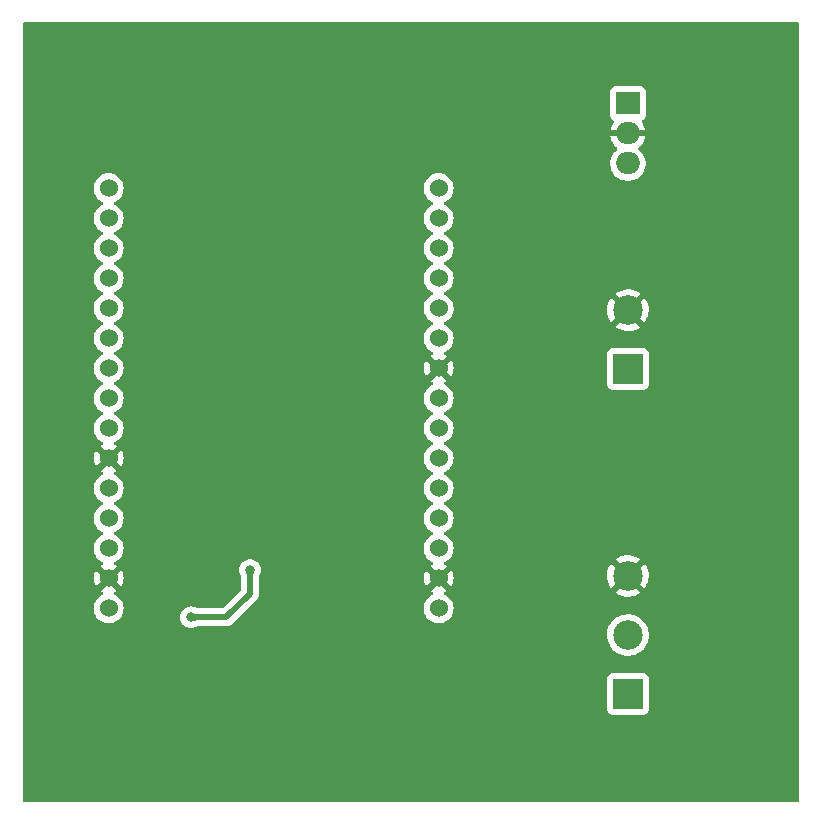
<source format=gbr>
%TF.GenerationSoftware,KiCad,Pcbnew,6.0.7-f9a2dced07~116~ubuntu22.04.1*%
%TF.CreationDate,2022-09-17T16:40:37+08:00*%
%TF.ProjectId,WLED-12V,574c4544-2d31-4325-962e-6b696361645f,rev?*%
%TF.SameCoordinates,Original*%
%TF.FileFunction,Copper,L2,Bot*%
%TF.FilePolarity,Positive*%
%FSLAX46Y46*%
G04 Gerber Fmt 4.6, Leading zero omitted, Abs format (unit mm)*
G04 Created by KiCad (PCBNEW 6.0.7-f9a2dced07~116~ubuntu22.04.1) date 2022-09-17 16:40:37*
%MOMM*%
%LPD*%
G01*
G04 APERTURE LIST*
%TA.AperFunction,ComponentPad*%
%ADD10C,1.524000*%
%TD*%
%TA.AperFunction,ComponentPad*%
%ADD11R,2.500000X2.500000*%
%TD*%
%TA.AperFunction,ComponentPad*%
%ADD12C,2.500000*%
%TD*%
%TA.AperFunction,ComponentPad*%
%ADD13R,2.000000X1.905000*%
%TD*%
%TA.AperFunction,ComponentPad*%
%ADD14O,2.000000X1.905000*%
%TD*%
%TA.AperFunction,ViaPad*%
%ADD15C,0.800000*%
%TD*%
%TA.AperFunction,Conductor*%
%ADD16C,0.500000*%
%TD*%
G04 APERTURE END LIST*
D10*
%TO.P,U1,1,A0(ADC0)*%
%TO.N,unconnected-(U1-Pad1)*%
X86030000Y-54680000D03*
%TO.P,U1,2,RSV*%
%TO.N,unconnected-(U1-Pad2)*%
X86030000Y-57220000D03*
%TO.P,U1,3,RSV*%
%TO.N,unconnected-(U1-Pad3)*%
X86030000Y-59760000D03*
%TO.P,U1,4,SD3(GPIO10)*%
%TO.N,unconnected-(U1-Pad4)*%
X86030000Y-62300000D03*
%TO.P,U1,5,SD2(GPIO9)*%
%TO.N,unconnected-(U1-Pad5)*%
X86030000Y-64840000D03*
%TO.P,U1,6,SD1(MOSI)*%
%TO.N,unconnected-(U1-Pad6)*%
X86030000Y-67380000D03*
%TO.P,U1,7,CMD(CS)*%
%TO.N,unconnected-(U1-Pad7)*%
X86030000Y-69920000D03*
%TO.P,U1,8,SDO(MISO)*%
%TO.N,unconnected-(U1-Pad8)*%
X86030000Y-72460000D03*
%TO.P,U1,9,CLK(SCLK)*%
%TO.N,unconnected-(U1-Pad9)*%
X86030000Y-75000000D03*
%TO.P,U1,10,GND*%
%TO.N,GND*%
X86030000Y-77540000D03*
%TO.P,U1,11,3.3V*%
%TO.N,+3.3V*%
X86030000Y-80080000D03*
%TO.P,U1,12,EN*%
%TO.N,unconnected-(U1-Pad12)*%
X86030000Y-82620000D03*
%TO.P,U1,13,RST*%
%TO.N,unconnected-(U1-Pad13)*%
X86030000Y-85160000D03*
%TO.P,U1,14,GND*%
%TO.N,GND*%
X86030000Y-87700000D03*
%TO.P,U1,15,VIN*%
%TO.N,+5V*%
X86030000Y-90240000D03*
%TO.P,U1,16,3.3V*%
%TO.N,unconnected-(U1-Pad16)*%
X113970000Y-90240000D03*
%TO.P,U1,17,GND*%
%TO.N,GND*%
X113970000Y-87700000D03*
%TO.P,U1,18,TX(GPIO1)*%
%TO.N,unconnected-(U1-Pad18)*%
X113970000Y-85160000D03*
%TO.P,U1,19,RX(DPIO3)*%
%TO.N,unconnected-(U1-Pad19)*%
X113970000Y-82620000D03*
%TO.P,U1,20,D8(GPIO15)*%
%TO.N,unconnected-(U1-Pad20)*%
X113970000Y-80080000D03*
%TO.P,U1,21,D7(GPIO13)*%
%TO.N,unconnected-(U1-Pad21)*%
X113970000Y-77540000D03*
%TO.P,U1,22,D6(GPIO12)*%
%TO.N,unconnected-(U1-Pad22)*%
X113970000Y-75000000D03*
%TO.P,U1,23,D5(GPIO14)*%
%TO.N,unconnected-(U1-Pad23)*%
X113970000Y-72460000D03*
%TO.P,U1,24,GND*%
%TO.N,GND*%
X113970000Y-69920000D03*
%TO.P,U1,25,3.3V*%
%TO.N,+3.3V*%
X113970000Y-67380000D03*
%TO.P,U1,26,D4(GPIO2)*%
%TO.N,Net-(U1-Pad26)*%
X113970000Y-64840000D03*
%TO.P,U1,27,D3(GPIO0)*%
%TO.N,unconnected-(U1-Pad27)*%
X113970000Y-62300000D03*
%TO.P,U1,28,D2(GPIO4)*%
%TO.N,unconnected-(U1-Pad28)*%
X113970000Y-59760000D03*
%TO.P,U1,29,D1(GPIO5)*%
%TO.N,unconnected-(U1-Pad29)*%
X113970000Y-57220000D03*
%TO.P,U1,30,D0(GPIO16)*%
%TO.N,unconnected-(U1-Pad30)*%
X113970000Y-54680000D03*
%TD*%
D11*
%TO.P,J1,1,Pin_1*%
%TO.N,+12V*%
X130000000Y-70000000D03*
D12*
%TO.P,J1,2,Pin_2*%
%TO.N,GND*%
X130000000Y-65000000D03*
%TD*%
D11*
%TO.P,J2,1,Pin_1*%
%TO.N,+12V*%
X130000000Y-97500000D03*
D12*
%TO.P,J2,2,Pin_2*%
%TO.N,Net-(J2-Pad2)*%
X130000000Y-92500000D03*
%TO.P,J2,3,Pin_3*%
%TO.N,GND*%
X130000000Y-87500000D03*
%TD*%
D13*
%TO.P,U2,1,VI*%
%TO.N,+12V*%
X130000000Y-47500000D03*
D14*
%TO.P,U2,2,GND*%
%TO.N,GND*%
X130000000Y-50040000D03*
%TO.P,U2,3,VO*%
%TO.N,+5V*%
X130000000Y-52580000D03*
%TD*%
D15*
%TO.N,+5V*%
X98000000Y-87000000D03*
X93000000Y-91000000D03*
%TD*%
D16*
%TO.N,+5V*%
X98000000Y-89000000D02*
X98000000Y-87000000D01*
X93000000Y-91000000D02*
X96000000Y-91000000D01*
X96000000Y-91000000D02*
X98000000Y-89000000D01*
%TD*%
%TA.AperFunction,Conductor*%
%TO.N,+5V*%
G36*
X93181619Y-90643373D02*
G01*
X93203633Y-90653594D01*
X93233300Y-90667368D01*
X93287613Y-90689822D01*
X93339248Y-90707839D01*
X93339403Y-90707882D01*
X93339410Y-90707884D01*
X93356941Y-90712725D01*
X93390161Y-90721900D01*
X93390374Y-90721943D01*
X93390373Y-90721943D01*
X93442125Y-90732445D01*
X93442129Y-90732446D01*
X93442308Y-90732482D01*
X93497645Y-90740066D01*
X93497807Y-90740080D01*
X93497811Y-90740080D01*
X93542431Y-90743817D01*
X93558126Y-90745131D01*
X93625709Y-90748155D01*
X93702348Y-90749618D01*
X93778352Y-90749949D01*
X93786609Y-90753412D01*
X93790000Y-90761649D01*
X93790000Y-91238351D01*
X93786573Y-91246624D01*
X93778352Y-91250051D01*
X93702348Y-91250381D01*
X93625709Y-91251844D01*
X93558126Y-91254868D01*
X93558005Y-91254878D01*
X93558007Y-91254878D01*
X93497811Y-91259919D01*
X93497807Y-91259919D01*
X93497645Y-91259933D01*
X93442308Y-91267517D01*
X93442129Y-91267553D01*
X93442125Y-91267554D01*
X93397140Y-91276683D01*
X93390161Y-91278099D01*
X93356941Y-91287274D01*
X93339410Y-91292115D01*
X93339403Y-91292117D01*
X93339248Y-91292160D01*
X93287613Y-91310177D01*
X93233300Y-91332631D01*
X93198374Y-91348848D01*
X93181619Y-91356627D01*
X93172672Y-91357003D01*
X93168582Y-91354448D01*
X92808769Y-91008433D01*
X92805181Y-91000229D01*
X92808769Y-90991567D01*
X93168582Y-90645552D01*
X93176921Y-90642287D01*
X93181619Y-90643373D01*
G37*
%TD.AperFunction*%
%TD*%
%TA.AperFunction,Conductor*%
%TO.N,+5V*%
G36*
X98008433Y-86808769D02*
G01*
X98354448Y-87168582D01*
X98357713Y-87176921D01*
X98356627Y-87181619D01*
X98332631Y-87233300D01*
X98310177Y-87287613D01*
X98292160Y-87339248D01*
X98278099Y-87390161D01*
X98267517Y-87442308D01*
X98259933Y-87497645D01*
X98254868Y-87558126D01*
X98251844Y-87625709D01*
X98251842Y-87625819D01*
X98250381Y-87702348D01*
X98250051Y-87778351D01*
X98246588Y-87786609D01*
X98238351Y-87790000D01*
X97761649Y-87790000D01*
X97753376Y-87786573D01*
X97749949Y-87778351D01*
X97749618Y-87702348D01*
X97748157Y-87625819D01*
X97748155Y-87625709D01*
X97745131Y-87558126D01*
X97740066Y-87497645D01*
X97732482Y-87442308D01*
X97721900Y-87390161D01*
X97707839Y-87339248D01*
X97689822Y-87287613D01*
X97667368Y-87233300D01*
X97643373Y-87181619D01*
X97642997Y-87172672D01*
X97645552Y-87168582D01*
X97991567Y-86808769D01*
X97999771Y-86805181D01*
X98008433Y-86808769D01*
G37*
%TD.AperFunction*%
%TD*%
%TA.AperFunction,Conductor*%
%TO.N,GND*%
G36*
X144433621Y-40660002D02*
G01*
X144480114Y-40713658D01*
X144491500Y-40766000D01*
X144491500Y-106554000D01*
X144471498Y-106622121D01*
X144417842Y-106668614D01*
X144365500Y-106680000D01*
X78866000Y-106680000D01*
X78797879Y-106659998D01*
X78751386Y-106606342D01*
X78740000Y-106554000D01*
X78740000Y-98798134D01*
X128241500Y-98798134D01*
X128248255Y-98860316D01*
X128299385Y-98996705D01*
X128386739Y-99113261D01*
X128503295Y-99200615D01*
X128639684Y-99251745D01*
X128701866Y-99258500D01*
X131298134Y-99258500D01*
X131360316Y-99251745D01*
X131496705Y-99200615D01*
X131613261Y-99113261D01*
X131700615Y-98996705D01*
X131751745Y-98860316D01*
X131758500Y-98798134D01*
X131758500Y-96201866D01*
X131751745Y-96139684D01*
X131700615Y-96003295D01*
X131613261Y-95886739D01*
X131496705Y-95799385D01*
X131360316Y-95748255D01*
X131298134Y-95741500D01*
X128701866Y-95741500D01*
X128639684Y-95748255D01*
X128503295Y-95799385D01*
X128386739Y-95886739D01*
X128299385Y-96003295D01*
X128248255Y-96139684D01*
X128241500Y-96201866D01*
X128241500Y-98798134D01*
X78740000Y-98798134D01*
X78740000Y-92453839D01*
X128237173Y-92453839D01*
X128249713Y-92714908D01*
X128300704Y-92971256D01*
X128389026Y-93217252D01*
X128391242Y-93221376D01*
X128455753Y-93341437D01*
X128512737Y-93447491D01*
X128515532Y-93451234D01*
X128515534Y-93451237D01*
X128666330Y-93653177D01*
X128666335Y-93653183D01*
X128669122Y-93656915D01*
X128672431Y-93660195D01*
X128672436Y-93660201D01*
X128851426Y-93837635D01*
X128854743Y-93840923D01*
X128858505Y-93843681D01*
X128858508Y-93843684D01*
X129061750Y-93992707D01*
X129065524Y-93995474D01*
X129069667Y-93997654D01*
X129069669Y-93997655D01*
X129292684Y-94114989D01*
X129292689Y-94114991D01*
X129296834Y-94117172D01*
X129543590Y-94203344D01*
X129548183Y-94204216D01*
X129795785Y-94251224D01*
X129795788Y-94251224D01*
X129800374Y-94252095D01*
X129930958Y-94257226D01*
X130056875Y-94262174D01*
X130056881Y-94262174D01*
X130061543Y-94262357D01*
X130140977Y-94253657D01*
X130316707Y-94234412D01*
X130316712Y-94234411D01*
X130321360Y-94233902D01*
X130434116Y-94204216D01*
X130569594Y-94168548D01*
X130569596Y-94168547D01*
X130574117Y-94167357D01*
X130814262Y-94064182D01*
X131036519Y-93926646D01*
X131040082Y-93923629D01*
X131040087Y-93923626D01*
X131232439Y-93760787D01*
X131232440Y-93760786D01*
X131236005Y-93757768D01*
X131327729Y-93653177D01*
X131405257Y-93564774D01*
X131405261Y-93564769D01*
X131408339Y-93561259D01*
X131549733Y-93341437D01*
X131657083Y-93103129D01*
X131728030Y-92851572D01*
X131744832Y-92719496D01*
X131760616Y-92595421D01*
X131760616Y-92595417D01*
X131761014Y-92592291D01*
X131763431Y-92500000D01*
X131744061Y-92239348D01*
X131732725Y-92189248D01*
X131687408Y-91988980D01*
X131686377Y-91984423D01*
X131667603Y-91936146D01*
X131593340Y-91745176D01*
X131593339Y-91745173D01*
X131591647Y-91740823D01*
X131566376Y-91696607D01*
X131500040Y-91580544D01*
X131461951Y-91513902D01*
X131300138Y-91308643D01*
X131109763Y-91129557D01*
X130932472Y-91006565D01*
X130898851Y-90983241D01*
X130898848Y-90983239D01*
X130895009Y-90980576D01*
X130890816Y-90978508D01*
X130664781Y-90867040D01*
X130664778Y-90867039D01*
X130660593Y-90864975D01*
X130614449Y-90850204D01*
X130416123Y-90786720D01*
X130411665Y-90785293D01*
X130153693Y-90743279D01*
X130039942Y-90741790D01*
X129897022Y-90739919D01*
X129897019Y-90739919D01*
X129892345Y-90739858D01*
X129633362Y-90775104D01*
X129382433Y-90848243D01*
X129378180Y-90850203D01*
X129378179Y-90850204D01*
X129341659Y-90867040D01*
X129145072Y-90957668D01*
X129106067Y-90983241D01*
X128930404Y-91098410D01*
X128930399Y-91098414D01*
X128926491Y-91100976D01*
X128731494Y-91275018D01*
X128564363Y-91475970D01*
X128561934Y-91479973D01*
X128436064Y-91687401D01*
X128428771Y-91699419D01*
X128327697Y-91940455D01*
X128263359Y-92193783D01*
X128237173Y-92453839D01*
X78740000Y-92453839D01*
X78740000Y-90240000D01*
X84754647Y-90240000D01*
X84774022Y-90461463D01*
X84831560Y-90676196D01*
X84833882Y-90681177D01*
X84833883Y-90681178D01*
X84923186Y-90872689D01*
X84923189Y-90872694D01*
X84925512Y-90877676D01*
X84928668Y-90882183D01*
X84928669Y-90882185D01*
X84983318Y-90960231D01*
X85053023Y-91059781D01*
X85210219Y-91216977D01*
X85214727Y-91220134D01*
X85214730Y-91220136D01*
X85288661Y-91271903D01*
X85392323Y-91344488D01*
X85397305Y-91346811D01*
X85397310Y-91346814D01*
X85588822Y-91436117D01*
X85593804Y-91438440D01*
X85599112Y-91439862D01*
X85599114Y-91439863D01*
X85664949Y-91457503D01*
X85808537Y-91495978D01*
X86030000Y-91515353D01*
X86251463Y-91495978D01*
X86395051Y-91457503D01*
X86460886Y-91439863D01*
X86460888Y-91439862D01*
X86466196Y-91438440D01*
X86471178Y-91436117D01*
X86662690Y-91346814D01*
X86662695Y-91346811D01*
X86667677Y-91344488D01*
X86771339Y-91271903D01*
X86845270Y-91220136D01*
X86845273Y-91220134D01*
X86849781Y-91216977D01*
X87006977Y-91059781D01*
X87048836Y-91000000D01*
X92086496Y-91000000D01*
X92106458Y-91189928D01*
X92165473Y-91371556D01*
X92260960Y-91536944D01*
X92265378Y-91541851D01*
X92265379Y-91541852D01*
X92356286Y-91642814D01*
X92388747Y-91678866D01*
X92441025Y-91716848D01*
X92533410Y-91783970D01*
X92543248Y-91791118D01*
X92549276Y-91793802D01*
X92549278Y-91793803D01*
X92711681Y-91866109D01*
X92717712Y-91868794D01*
X92811113Y-91888647D01*
X92898056Y-91907128D01*
X92898061Y-91907128D01*
X92904513Y-91908500D01*
X93095487Y-91908500D01*
X93101939Y-91907128D01*
X93101944Y-91907128D01*
X93188887Y-91888647D01*
X93282288Y-91868794D01*
X93288321Y-91866108D01*
X93288327Y-91866106D01*
X93355748Y-91836088D01*
X93370741Y-91830523D01*
X93393553Y-91823669D01*
X93393556Y-91823668D01*
X93397869Y-91822372D01*
X93437183Y-91804118D01*
X93442101Y-91801961D01*
X93467144Y-91791608D01*
X93473773Y-91789084D01*
X93488430Y-91783970D01*
X93496384Y-91781486D01*
X93498957Y-91780775D01*
X93505508Y-91778966D01*
X93513997Y-91776935D01*
X93524373Y-91774830D01*
X93532315Y-91773481D01*
X93550664Y-91770966D01*
X93557259Y-91770238D01*
X93588617Y-91767612D01*
X93593500Y-91767299D01*
X93601303Y-91766950D01*
X93640522Y-91765195D01*
X93643714Y-91765094D01*
X93707403Y-91763878D01*
X93709249Y-91763856D01*
X93780582Y-91763546D01*
X93806012Y-91762099D01*
X93828250Y-91760834D01*
X93828254Y-91760833D01*
X93834394Y-91760484D01*
X93837417Y-91759705D01*
X93852987Y-91758500D01*
X95932930Y-91758500D01*
X95951880Y-91759933D01*
X95966115Y-91762099D01*
X95966119Y-91762099D01*
X95973349Y-91763199D01*
X95980641Y-91762606D01*
X95980644Y-91762606D01*
X96026018Y-91758915D01*
X96036233Y-91758500D01*
X96044293Y-91758500D01*
X96057583Y-91756951D01*
X96072507Y-91755211D01*
X96076882Y-91754778D01*
X96142339Y-91749454D01*
X96142342Y-91749453D01*
X96149637Y-91748860D01*
X96156601Y-91746604D01*
X96162560Y-91745413D01*
X96168415Y-91744029D01*
X96175681Y-91743182D01*
X96244327Y-91718265D01*
X96248455Y-91716848D01*
X96310936Y-91696607D01*
X96310938Y-91696606D01*
X96317899Y-91694351D01*
X96324154Y-91690555D01*
X96329628Y-91688049D01*
X96335058Y-91685330D01*
X96341937Y-91682833D01*
X96402976Y-91642814D01*
X96406680Y-91640477D01*
X96469107Y-91602595D01*
X96477484Y-91595197D01*
X96477508Y-91595224D01*
X96480500Y-91592571D01*
X96483733Y-91589868D01*
X96489852Y-91585856D01*
X96543128Y-91529617D01*
X96545506Y-91527175D01*
X97832681Y-90240000D01*
X112694647Y-90240000D01*
X112714022Y-90461463D01*
X112771560Y-90676196D01*
X112773882Y-90681177D01*
X112773883Y-90681178D01*
X112863186Y-90872689D01*
X112863189Y-90872694D01*
X112865512Y-90877676D01*
X112868668Y-90882183D01*
X112868669Y-90882185D01*
X112923318Y-90960231D01*
X112993023Y-91059781D01*
X113150219Y-91216977D01*
X113154727Y-91220134D01*
X113154730Y-91220136D01*
X113228661Y-91271903D01*
X113332323Y-91344488D01*
X113337305Y-91346811D01*
X113337310Y-91346814D01*
X113528822Y-91436117D01*
X113533804Y-91438440D01*
X113539112Y-91439862D01*
X113539114Y-91439863D01*
X113604949Y-91457503D01*
X113748537Y-91495978D01*
X113970000Y-91515353D01*
X114191463Y-91495978D01*
X114335051Y-91457503D01*
X114400886Y-91439863D01*
X114400888Y-91439862D01*
X114406196Y-91438440D01*
X114411178Y-91436117D01*
X114602690Y-91346814D01*
X114602695Y-91346811D01*
X114607677Y-91344488D01*
X114711339Y-91271903D01*
X114785270Y-91220136D01*
X114785273Y-91220134D01*
X114789781Y-91216977D01*
X114946977Y-91059781D01*
X115016683Y-90960231D01*
X115071331Y-90882185D01*
X115071332Y-90882183D01*
X115074488Y-90877676D01*
X115076811Y-90872694D01*
X115076814Y-90872689D01*
X115166117Y-90681178D01*
X115166118Y-90681177D01*
X115168440Y-90676196D01*
X115225978Y-90461463D01*
X115245353Y-90240000D01*
X115225978Y-90018537D01*
X115168440Y-89803804D01*
X115166117Y-89798822D01*
X115076814Y-89607311D01*
X115076811Y-89607306D01*
X115074488Y-89602324D01*
X115071331Y-89597815D01*
X114950136Y-89424730D01*
X114950134Y-89424727D01*
X114946977Y-89420219D01*
X114789781Y-89263023D01*
X114785273Y-89259866D01*
X114785270Y-89259864D01*
X114654180Y-89168074D01*
X114607677Y-89135512D01*
X114602695Y-89133189D01*
X114602690Y-89133186D01*
X114497035Y-89083919D01*
X114443750Y-89037002D01*
X114424289Y-88968725D01*
X114442302Y-88909133D01*
X128955612Y-88909133D01*
X128964325Y-88920653D01*
X129062018Y-88992284D01*
X129069928Y-88997227D01*
X129292890Y-89114533D01*
X129301453Y-89118256D01*
X129539304Y-89201318D01*
X129548313Y-89203732D01*
X129795842Y-89250727D01*
X129805098Y-89251781D01*
X130056857Y-89261673D01*
X130066171Y-89261347D01*
X130316615Y-89233920D01*
X130325792Y-89232219D01*
X130569431Y-89168074D01*
X130578251Y-89165037D01*
X130809736Y-89065583D01*
X130818008Y-89061276D01*
X131032249Y-88928700D01*
X131039188Y-88923658D01*
X131047518Y-88911019D01*
X131041456Y-88900666D01*
X130012812Y-87872022D01*
X129998868Y-87864408D01*
X129997035Y-87864539D01*
X129990420Y-87868790D01*
X128962270Y-88896940D01*
X128955612Y-88909133D01*
X114442302Y-88909133D01*
X114444831Y-88900765D01*
X114497035Y-88855529D01*
X114602445Y-88806376D01*
X114611931Y-88800898D01*
X114655764Y-88770207D01*
X114664139Y-88759729D01*
X114657071Y-88746281D01*
X113982812Y-88072022D01*
X113968868Y-88064408D01*
X113967035Y-88064539D01*
X113960420Y-88068790D01*
X113282207Y-88747003D01*
X113275777Y-88758777D01*
X113285074Y-88770793D01*
X113328069Y-88800898D01*
X113337555Y-88806376D01*
X113442965Y-88855529D01*
X113496250Y-88902446D01*
X113515711Y-88970723D01*
X113495169Y-89038683D01*
X113442965Y-89083919D01*
X113337311Y-89133186D01*
X113337306Y-89133189D01*
X113332324Y-89135512D01*
X113327817Y-89138668D01*
X113327815Y-89138669D01*
X113154730Y-89259864D01*
X113154727Y-89259866D01*
X113150219Y-89263023D01*
X112993023Y-89420219D01*
X112989866Y-89424727D01*
X112989864Y-89424730D01*
X112868669Y-89597815D01*
X112865512Y-89602324D01*
X112863189Y-89607306D01*
X112863186Y-89607311D01*
X112773883Y-89798822D01*
X112771560Y-89803804D01*
X112714022Y-90018537D01*
X112694647Y-90240000D01*
X97832681Y-90240000D01*
X98488911Y-89583770D01*
X98503323Y-89571384D01*
X98514918Y-89562851D01*
X98514923Y-89562846D01*
X98520818Y-89558508D01*
X98525557Y-89552930D01*
X98525560Y-89552927D01*
X98555035Y-89518232D01*
X98561965Y-89510716D01*
X98567660Y-89505021D01*
X98585281Y-89482749D01*
X98588072Y-89479345D01*
X98630591Y-89429297D01*
X98630592Y-89429295D01*
X98635333Y-89423715D01*
X98638661Y-89417199D01*
X98642028Y-89412150D01*
X98645195Y-89407021D01*
X98649734Y-89401284D01*
X98680655Y-89335125D01*
X98682561Y-89331225D01*
X98715769Y-89266192D01*
X98717508Y-89259084D01*
X98719607Y-89253441D01*
X98721524Y-89247678D01*
X98724622Y-89241050D01*
X98739487Y-89169583D01*
X98740457Y-89165299D01*
X98756473Y-89099845D01*
X98757808Y-89094390D01*
X98758500Y-89083236D01*
X98758536Y-89083238D01*
X98758775Y-89079245D01*
X98759149Y-89075053D01*
X98760640Y-89067885D01*
X98758546Y-88990479D01*
X98758500Y-88987072D01*
X98758500Y-87823910D01*
X98759862Y-87805437D01*
X98762886Y-87785031D01*
X98763546Y-87780581D01*
X98763856Y-87709249D01*
X98763878Y-87707398D01*
X98763915Y-87705475D01*
X112695628Y-87705475D01*
X112714038Y-87915896D01*
X112715941Y-87926691D01*
X112770609Y-88130715D01*
X112774355Y-88141007D01*
X112863623Y-88332441D01*
X112869103Y-88341932D01*
X112899794Y-88385765D01*
X112910271Y-88394140D01*
X112923718Y-88387072D01*
X113597978Y-87712812D01*
X113604356Y-87701132D01*
X114334408Y-87701132D01*
X114334539Y-87702965D01*
X114338790Y-87709580D01*
X115017003Y-88387793D01*
X115028777Y-88394223D01*
X115040793Y-88384926D01*
X115070897Y-88341932D01*
X115076377Y-88332441D01*
X115165645Y-88141007D01*
X115169391Y-88130715D01*
X115224059Y-87926691D01*
X115225962Y-87915896D01*
X115244372Y-87705475D01*
X115244372Y-87694525D01*
X115225962Y-87484104D01*
X115224059Y-87473309D01*
X115220097Y-87458523D01*
X128237898Y-87458523D01*
X128249987Y-87710175D01*
X128251124Y-87719435D01*
X128300274Y-87966535D01*
X128302768Y-87975528D01*
X128387900Y-88212639D01*
X128391700Y-88221174D01*
X128510946Y-88443101D01*
X128515957Y-88450968D01*
X128579446Y-88535990D01*
X128590704Y-88544439D01*
X128603123Y-88537667D01*
X129627978Y-87512812D01*
X129634356Y-87501132D01*
X130364408Y-87501132D01*
X130364539Y-87502965D01*
X130368790Y-87509580D01*
X131399913Y-88540703D01*
X131412293Y-88547463D01*
X131420634Y-88541219D01*
X131546765Y-88345127D01*
X131551212Y-88336936D01*
X131654691Y-88107222D01*
X131657882Y-88098455D01*
X131726269Y-87855976D01*
X131728129Y-87846834D01*
X131760116Y-87595396D01*
X131760597Y-87589108D01*
X131762847Y-87503160D01*
X131762696Y-87496851D01*
X131743912Y-87244074D01*
X131742536Y-87234868D01*
X131686929Y-86989126D01*
X131684205Y-86980215D01*
X131592888Y-86745392D01*
X131588877Y-86736983D01*
X131463854Y-86518240D01*
X131458643Y-86510514D01*
X131421391Y-86463261D01*
X131409466Y-86454790D01*
X131397934Y-86461276D01*
X130372022Y-87487188D01*
X130364408Y-87501132D01*
X129634356Y-87501132D01*
X129635592Y-87498868D01*
X129635461Y-87497035D01*
X129631210Y-87490420D01*
X128601321Y-86460531D01*
X128588013Y-86453264D01*
X128577974Y-86460386D01*
X128567761Y-86472666D01*
X128562346Y-86480258D01*
X128431646Y-86695646D01*
X128427408Y-86703963D01*
X128329981Y-86936299D01*
X128327020Y-86945149D01*
X128265006Y-87189331D01*
X128263384Y-87198528D01*
X128238143Y-87449198D01*
X128237898Y-87458523D01*
X115220097Y-87458523D01*
X115169391Y-87269285D01*
X115165645Y-87258993D01*
X115076377Y-87067559D01*
X115070897Y-87058068D01*
X115040206Y-87014235D01*
X115029729Y-87005860D01*
X115016282Y-87012928D01*
X114342022Y-87687188D01*
X114334408Y-87701132D01*
X113604356Y-87701132D01*
X113605592Y-87698868D01*
X113605461Y-87697035D01*
X113601210Y-87690420D01*
X112922997Y-87012207D01*
X112911223Y-87005777D01*
X112899207Y-87015074D01*
X112869103Y-87058068D01*
X112863623Y-87067559D01*
X112774355Y-87258993D01*
X112770609Y-87269285D01*
X112715941Y-87473309D01*
X112714038Y-87484104D01*
X112695628Y-87694525D01*
X112695628Y-87705475D01*
X98763915Y-87705475D01*
X98765093Y-87643731D01*
X98765196Y-87640503D01*
X98767299Y-87593500D01*
X98767612Y-87588617D01*
X98770238Y-87557259D01*
X98770966Y-87550664D01*
X98773481Y-87532315D01*
X98774830Y-87524373D01*
X98776935Y-87513997D01*
X98778966Y-87505508D01*
X98781486Y-87496384D01*
X98783970Y-87488430D01*
X98789084Y-87473773D01*
X98791608Y-87467144D01*
X98801961Y-87442101D01*
X98804121Y-87437177D01*
X98820997Y-87400830D01*
X98822372Y-87397869D01*
X98823433Y-87394781D01*
X98824656Y-87391744D01*
X98824944Y-87391860D01*
X98828787Y-87383418D01*
X98828539Y-87383307D01*
X98831223Y-87377279D01*
X98834527Y-87371556D01*
X98893542Y-87189928D01*
X98899714Y-87131210D01*
X98912814Y-87006565D01*
X98913504Y-87000000D01*
X98893542Y-86810072D01*
X98834527Y-86628444D01*
X98739040Y-86463056D01*
X98648948Y-86362998D01*
X98615675Y-86326045D01*
X98615674Y-86326044D01*
X98611253Y-86321134D01*
X98456752Y-86208882D01*
X98450724Y-86206198D01*
X98450722Y-86206197D01*
X98288319Y-86133891D01*
X98288318Y-86133891D01*
X98282288Y-86131206D01*
X98188888Y-86111353D01*
X98101944Y-86092872D01*
X98101939Y-86092872D01*
X98095487Y-86091500D01*
X97904513Y-86091500D01*
X97898061Y-86092872D01*
X97898056Y-86092872D01*
X97811112Y-86111353D01*
X97717712Y-86131206D01*
X97711682Y-86133891D01*
X97711681Y-86133891D01*
X97549278Y-86206197D01*
X97549276Y-86206198D01*
X97543248Y-86208882D01*
X97388747Y-86321134D01*
X97384326Y-86326044D01*
X97384325Y-86326045D01*
X97351053Y-86362998D01*
X97260960Y-86463056D01*
X97165473Y-86628444D01*
X97106458Y-86810072D01*
X97086496Y-87000000D01*
X97087186Y-87006565D01*
X97100287Y-87131210D01*
X97106458Y-87189928D01*
X97165473Y-87371556D01*
X97168777Y-87377279D01*
X97171462Y-87383309D01*
X97171455Y-87383312D01*
X97176349Y-87393617D01*
X97177625Y-87397862D01*
X97195887Y-87437196D01*
X97198027Y-87442077D01*
X97208389Y-87467138D01*
X97210919Y-87473780D01*
X97216032Y-87488437D01*
X97218513Y-87496384D01*
X97221033Y-87505508D01*
X97223064Y-87513997D01*
X97225169Y-87524373D01*
X97226518Y-87532315D01*
X97229033Y-87550664D01*
X97229761Y-87557259D01*
X97232387Y-87588617D01*
X97232700Y-87593500D01*
X97234803Y-87640503D01*
X97234906Y-87643731D01*
X97236121Y-87707400D01*
X97236143Y-87709251D01*
X97236454Y-87780587D01*
X97239514Y-87834371D01*
X97240294Y-87837399D01*
X97241500Y-87852977D01*
X97241500Y-88633629D01*
X97221498Y-88701750D01*
X97204595Y-88722724D01*
X95722724Y-90204595D01*
X95660412Y-90238621D01*
X95633629Y-90241500D01*
X93823916Y-90241500D01*
X93805443Y-90240138D01*
X93780588Y-90236454D01*
X93776101Y-90236434D01*
X93776095Y-90236434D01*
X93714122Y-90236164D01*
X93709251Y-90236143D01*
X93707405Y-90236121D01*
X93643714Y-90234905D01*
X93640522Y-90234804D01*
X93601303Y-90233049D01*
X93593500Y-90232700D01*
X93588617Y-90232387D01*
X93557259Y-90229761D01*
X93550664Y-90229033D01*
X93532315Y-90226518D01*
X93524373Y-90225169D01*
X93513997Y-90223064D01*
X93505508Y-90221033D01*
X93498957Y-90219224D01*
X93496384Y-90218513D01*
X93488437Y-90216032D01*
X93473780Y-90210919D01*
X93467138Y-90208389D01*
X93442077Y-90198027D01*
X93437196Y-90195887D01*
X93397862Y-90177625D01*
X93394783Y-90176567D01*
X93394775Y-90176564D01*
X93353557Y-90162404D01*
X93343247Y-90158347D01*
X93288319Y-90133891D01*
X93288317Y-90133890D01*
X93282288Y-90131206D01*
X93188888Y-90111353D01*
X93101944Y-90092872D01*
X93101939Y-90092872D01*
X93095487Y-90091500D01*
X92904513Y-90091500D01*
X92898061Y-90092872D01*
X92898056Y-90092872D01*
X92811112Y-90111353D01*
X92717712Y-90131206D01*
X92711682Y-90133891D01*
X92711681Y-90133891D01*
X92549278Y-90206197D01*
X92549276Y-90206198D01*
X92543248Y-90208882D01*
X92537907Y-90212762D01*
X92537906Y-90212763D01*
X92502316Y-90238621D01*
X92388747Y-90321134D01*
X92384326Y-90326044D01*
X92384325Y-90326045D01*
X92267328Y-90455984D01*
X92260960Y-90463056D01*
X92165473Y-90628444D01*
X92106458Y-90810072D01*
X92105768Y-90816633D01*
X92105768Y-90816635D01*
X92098879Y-90882185D01*
X92086496Y-91000000D01*
X87048836Y-91000000D01*
X87076683Y-90960231D01*
X87131331Y-90882185D01*
X87131332Y-90882183D01*
X87134488Y-90877676D01*
X87136811Y-90872694D01*
X87136814Y-90872689D01*
X87226117Y-90681178D01*
X87226118Y-90681177D01*
X87228440Y-90676196D01*
X87285978Y-90461463D01*
X87305353Y-90240000D01*
X87285978Y-90018537D01*
X87228440Y-89803804D01*
X87226117Y-89798822D01*
X87136814Y-89607311D01*
X87136811Y-89607306D01*
X87134488Y-89602324D01*
X87131331Y-89597815D01*
X87010136Y-89424730D01*
X87010134Y-89424727D01*
X87006977Y-89420219D01*
X86849781Y-89263023D01*
X86845273Y-89259866D01*
X86845270Y-89259864D01*
X86714180Y-89168074D01*
X86667677Y-89135512D01*
X86662695Y-89133189D01*
X86662690Y-89133186D01*
X86557035Y-89083919D01*
X86503750Y-89037002D01*
X86484289Y-88968725D01*
X86504831Y-88900765D01*
X86557035Y-88855529D01*
X86662445Y-88806376D01*
X86671931Y-88800898D01*
X86715764Y-88770207D01*
X86724139Y-88759729D01*
X86717071Y-88746281D01*
X86042812Y-88072022D01*
X86028868Y-88064408D01*
X86027035Y-88064539D01*
X86020420Y-88068790D01*
X85342207Y-88747003D01*
X85335777Y-88758777D01*
X85345074Y-88770793D01*
X85388069Y-88800898D01*
X85397555Y-88806376D01*
X85502965Y-88855529D01*
X85556250Y-88902446D01*
X85575711Y-88970723D01*
X85555169Y-89038683D01*
X85502965Y-89083919D01*
X85397311Y-89133186D01*
X85397306Y-89133189D01*
X85392324Y-89135512D01*
X85387817Y-89138668D01*
X85387815Y-89138669D01*
X85214730Y-89259864D01*
X85214727Y-89259866D01*
X85210219Y-89263023D01*
X85053023Y-89420219D01*
X85049866Y-89424727D01*
X85049864Y-89424730D01*
X84928669Y-89597815D01*
X84925512Y-89602324D01*
X84923189Y-89607306D01*
X84923186Y-89607311D01*
X84833883Y-89798822D01*
X84831560Y-89803804D01*
X84774022Y-90018537D01*
X84754647Y-90240000D01*
X78740000Y-90240000D01*
X78740000Y-87705475D01*
X84755628Y-87705475D01*
X84774038Y-87915896D01*
X84775941Y-87926691D01*
X84830609Y-88130715D01*
X84834355Y-88141007D01*
X84923623Y-88332441D01*
X84929103Y-88341932D01*
X84959794Y-88385765D01*
X84970271Y-88394140D01*
X84983718Y-88387072D01*
X85657978Y-87712812D01*
X85664356Y-87701132D01*
X86394408Y-87701132D01*
X86394539Y-87702965D01*
X86398790Y-87709580D01*
X87077003Y-88387793D01*
X87088777Y-88394223D01*
X87100793Y-88384926D01*
X87130897Y-88341932D01*
X87136377Y-88332441D01*
X87225645Y-88141007D01*
X87229391Y-88130715D01*
X87284059Y-87926691D01*
X87285962Y-87915896D01*
X87304372Y-87705475D01*
X87304372Y-87694525D01*
X87285962Y-87484104D01*
X87284059Y-87473309D01*
X87229391Y-87269285D01*
X87225645Y-87258993D01*
X87136377Y-87067559D01*
X87130897Y-87058068D01*
X87100206Y-87014235D01*
X87089729Y-87005860D01*
X87076282Y-87012928D01*
X86402022Y-87687188D01*
X86394408Y-87701132D01*
X85664356Y-87701132D01*
X85665592Y-87698868D01*
X85665461Y-87697035D01*
X85661210Y-87690420D01*
X84982997Y-87012207D01*
X84971223Y-87005777D01*
X84959207Y-87015074D01*
X84929103Y-87058068D01*
X84923623Y-87067559D01*
X84834355Y-87258993D01*
X84830609Y-87269285D01*
X84775941Y-87473309D01*
X84774038Y-87484104D01*
X84755628Y-87694525D01*
X84755628Y-87705475D01*
X78740000Y-87705475D01*
X78740000Y-85160000D01*
X84754647Y-85160000D01*
X84774022Y-85381463D01*
X84831560Y-85596196D01*
X84833882Y-85601177D01*
X84833883Y-85601178D01*
X84923186Y-85792689D01*
X84923189Y-85792694D01*
X84925512Y-85797676D01*
X84928668Y-85802183D01*
X84928669Y-85802185D01*
X84974407Y-85867505D01*
X85053023Y-85979781D01*
X85210219Y-86136977D01*
X85214727Y-86140134D01*
X85214730Y-86140136D01*
X85290495Y-86193187D01*
X85392323Y-86264488D01*
X85397305Y-86266811D01*
X85397310Y-86266814D01*
X85502965Y-86316081D01*
X85556250Y-86362998D01*
X85575711Y-86431275D01*
X85555169Y-86499235D01*
X85502965Y-86544471D01*
X85397559Y-86593623D01*
X85388068Y-86599103D01*
X85344235Y-86629794D01*
X85335860Y-86640271D01*
X85342928Y-86653718D01*
X86017188Y-87327978D01*
X86031132Y-87335592D01*
X86032965Y-87335461D01*
X86039580Y-87331210D01*
X86717793Y-86652997D01*
X86724223Y-86641223D01*
X86714926Y-86629207D01*
X86671931Y-86599102D01*
X86662445Y-86593624D01*
X86557035Y-86544471D01*
X86503750Y-86497554D01*
X86484289Y-86429277D01*
X86504831Y-86361317D01*
X86557035Y-86316081D01*
X86662690Y-86266814D01*
X86662695Y-86266811D01*
X86667677Y-86264488D01*
X86769505Y-86193187D01*
X86845270Y-86140136D01*
X86845273Y-86140134D01*
X86849781Y-86136977D01*
X87006977Y-85979781D01*
X87085594Y-85867505D01*
X87131331Y-85802185D01*
X87131332Y-85802183D01*
X87134488Y-85797676D01*
X87136811Y-85792694D01*
X87136814Y-85792689D01*
X87226117Y-85601178D01*
X87226118Y-85601177D01*
X87228440Y-85596196D01*
X87285978Y-85381463D01*
X87305353Y-85160000D01*
X112694647Y-85160000D01*
X112714022Y-85381463D01*
X112771560Y-85596196D01*
X112773882Y-85601177D01*
X112773883Y-85601178D01*
X112863186Y-85792689D01*
X112863189Y-85792694D01*
X112865512Y-85797676D01*
X112868668Y-85802183D01*
X112868669Y-85802185D01*
X112914407Y-85867505D01*
X112993023Y-85979781D01*
X113150219Y-86136977D01*
X113154727Y-86140134D01*
X113154730Y-86140136D01*
X113230495Y-86193187D01*
X113332323Y-86264488D01*
X113337305Y-86266811D01*
X113337310Y-86266814D01*
X113442965Y-86316081D01*
X113496250Y-86362998D01*
X113515711Y-86431275D01*
X113495169Y-86499235D01*
X113442965Y-86544471D01*
X113337559Y-86593623D01*
X113328068Y-86599103D01*
X113284235Y-86629794D01*
X113275860Y-86640271D01*
X113282928Y-86653718D01*
X113957188Y-87327978D01*
X113971132Y-87335592D01*
X113972965Y-87335461D01*
X113979580Y-87331210D01*
X114657793Y-86652997D01*
X114664223Y-86641223D01*
X114654926Y-86629207D01*
X114611931Y-86599102D01*
X114602445Y-86593624D01*
X114497035Y-86544471D01*
X114443750Y-86497554D01*
X114424289Y-86429277D01*
X114444831Y-86361317D01*
X114497035Y-86316081D01*
X114602690Y-86266814D01*
X114602695Y-86266811D01*
X114607677Y-86264488D01*
X114709505Y-86193187D01*
X114785270Y-86140136D01*
X114785273Y-86140134D01*
X114789781Y-86136977D01*
X114837955Y-86088803D01*
X128953216Y-86088803D01*
X128957789Y-86098579D01*
X129987188Y-87127978D01*
X130001132Y-87135592D01*
X130002965Y-87135461D01*
X130009580Y-87131210D01*
X131038419Y-86102371D01*
X131044803Y-86090681D01*
X131035391Y-86078570D01*
X130898593Y-85983670D01*
X130890565Y-85978942D01*
X130664593Y-85867505D01*
X130655960Y-85864017D01*
X130415998Y-85787205D01*
X130406938Y-85785029D01*
X130158260Y-85744529D01*
X130148973Y-85743717D01*
X129897053Y-85740419D01*
X129887742Y-85740989D01*
X129638097Y-85774964D01*
X129628978Y-85776902D01*
X129387098Y-85847404D01*
X129378367Y-85850667D01*
X129149558Y-85956151D01*
X129141406Y-85960670D01*
X128962353Y-86078062D01*
X128953216Y-86088803D01*
X114837955Y-86088803D01*
X114946977Y-85979781D01*
X115025594Y-85867505D01*
X115071331Y-85802185D01*
X115071332Y-85802183D01*
X115074488Y-85797676D01*
X115076811Y-85792694D01*
X115076814Y-85792689D01*
X115166117Y-85601178D01*
X115166118Y-85601177D01*
X115168440Y-85596196D01*
X115225978Y-85381463D01*
X115245353Y-85160000D01*
X115225978Y-84938537D01*
X115168440Y-84723804D01*
X115166117Y-84718822D01*
X115076814Y-84527311D01*
X115076811Y-84527306D01*
X115074488Y-84522324D01*
X114946977Y-84340219D01*
X114789781Y-84183023D01*
X114785273Y-84179866D01*
X114785270Y-84179864D01*
X114709505Y-84126813D01*
X114607677Y-84055512D01*
X114602695Y-84053189D01*
X114602690Y-84053186D01*
X114497627Y-84004195D01*
X114444342Y-83957278D01*
X114424881Y-83889001D01*
X114445423Y-83821041D01*
X114497627Y-83775805D01*
X114602690Y-83726814D01*
X114602695Y-83726811D01*
X114607677Y-83724488D01*
X114709505Y-83653187D01*
X114785270Y-83600136D01*
X114785273Y-83600134D01*
X114789781Y-83596977D01*
X114946977Y-83439781D01*
X115074488Y-83257676D01*
X115076811Y-83252694D01*
X115076814Y-83252689D01*
X115166117Y-83061178D01*
X115166118Y-83061177D01*
X115168440Y-83056196D01*
X115225978Y-82841463D01*
X115245353Y-82620000D01*
X115225978Y-82398537D01*
X115168440Y-82183804D01*
X115166117Y-82178822D01*
X115076814Y-81987311D01*
X115076811Y-81987306D01*
X115074488Y-81982324D01*
X114946977Y-81800219D01*
X114789781Y-81643023D01*
X114785273Y-81639866D01*
X114785270Y-81639864D01*
X114709505Y-81586813D01*
X114607677Y-81515512D01*
X114602695Y-81513189D01*
X114602690Y-81513186D01*
X114497627Y-81464195D01*
X114444342Y-81417278D01*
X114424881Y-81349001D01*
X114445423Y-81281041D01*
X114497627Y-81235805D01*
X114602690Y-81186814D01*
X114602695Y-81186811D01*
X114607677Y-81184488D01*
X114709505Y-81113187D01*
X114785270Y-81060136D01*
X114785273Y-81060134D01*
X114789781Y-81056977D01*
X114946977Y-80899781D01*
X115074488Y-80717676D01*
X115076811Y-80712694D01*
X115076814Y-80712689D01*
X115166117Y-80521178D01*
X115166118Y-80521177D01*
X115168440Y-80516196D01*
X115225978Y-80301463D01*
X115245353Y-80080000D01*
X115225978Y-79858537D01*
X115168440Y-79643804D01*
X115166117Y-79638822D01*
X115076814Y-79447311D01*
X115076811Y-79447306D01*
X115074488Y-79442324D01*
X114946977Y-79260219D01*
X114789781Y-79103023D01*
X114785273Y-79099866D01*
X114785270Y-79099864D01*
X114709505Y-79046813D01*
X114607677Y-78975512D01*
X114602695Y-78973189D01*
X114602690Y-78973186D01*
X114497627Y-78924195D01*
X114444342Y-78877278D01*
X114424881Y-78809001D01*
X114445423Y-78741041D01*
X114497627Y-78695805D01*
X114602690Y-78646814D01*
X114602695Y-78646811D01*
X114607677Y-78644488D01*
X114709505Y-78573187D01*
X114785270Y-78520136D01*
X114785273Y-78520134D01*
X114789781Y-78516977D01*
X114946977Y-78359781D01*
X115034894Y-78234223D01*
X115071331Y-78182185D01*
X115071332Y-78182183D01*
X115074488Y-78177676D01*
X115076811Y-78172694D01*
X115076814Y-78172689D01*
X115166117Y-77981178D01*
X115166118Y-77981177D01*
X115168440Y-77976196D01*
X115225978Y-77761463D01*
X115245353Y-77540000D01*
X115225978Y-77318537D01*
X115168440Y-77103804D01*
X115166117Y-77098822D01*
X115076814Y-76907311D01*
X115076811Y-76907306D01*
X115074488Y-76902324D01*
X115071331Y-76897815D01*
X114950136Y-76724730D01*
X114950134Y-76724727D01*
X114946977Y-76720219D01*
X114789781Y-76563023D01*
X114785273Y-76559866D01*
X114785270Y-76559864D01*
X114709505Y-76506813D01*
X114607677Y-76435512D01*
X114602695Y-76433189D01*
X114602690Y-76433186D01*
X114497627Y-76384195D01*
X114444342Y-76337278D01*
X114424881Y-76269001D01*
X114445423Y-76201041D01*
X114497627Y-76155805D01*
X114602690Y-76106814D01*
X114602695Y-76106811D01*
X114607677Y-76104488D01*
X114709505Y-76033187D01*
X114785270Y-75980136D01*
X114785273Y-75980134D01*
X114789781Y-75976977D01*
X114946977Y-75819781D01*
X115074488Y-75637676D01*
X115076811Y-75632694D01*
X115076814Y-75632689D01*
X115166117Y-75441178D01*
X115166118Y-75441177D01*
X115168440Y-75436196D01*
X115225978Y-75221463D01*
X115245353Y-75000000D01*
X115225978Y-74778537D01*
X115168440Y-74563804D01*
X115166117Y-74558822D01*
X115076814Y-74367311D01*
X115076811Y-74367306D01*
X115074488Y-74362324D01*
X114946977Y-74180219D01*
X114789781Y-74023023D01*
X114785273Y-74019866D01*
X114785270Y-74019864D01*
X114709505Y-73966813D01*
X114607677Y-73895512D01*
X114602695Y-73893189D01*
X114602690Y-73893186D01*
X114497627Y-73844195D01*
X114444342Y-73797278D01*
X114424881Y-73729001D01*
X114445423Y-73661041D01*
X114497627Y-73615805D01*
X114602690Y-73566814D01*
X114602695Y-73566811D01*
X114607677Y-73564488D01*
X114709505Y-73493187D01*
X114785270Y-73440136D01*
X114785273Y-73440134D01*
X114789781Y-73436977D01*
X114946977Y-73279781D01*
X115074488Y-73097676D01*
X115076811Y-73092694D01*
X115076814Y-73092689D01*
X115166117Y-72901178D01*
X115166118Y-72901177D01*
X115168440Y-72896196D01*
X115225978Y-72681463D01*
X115245353Y-72460000D01*
X115225978Y-72238537D01*
X115168440Y-72023804D01*
X115166117Y-72018822D01*
X115076814Y-71827311D01*
X115076811Y-71827306D01*
X115074488Y-71822324D01*
X115029540Y-71758131D01*
X114950136Y-71644730D01*
X114950134Y-71644727D01*
X114946977Y-71640219D01*
X114789781Y-71483023D01*
X114785273Y-71479866D01*
X114785270Y-71479864D01*
X114709505Y-71426813D01*
X114607677Y-71355512D01*
X114602695Y-71353189D01*
X114602690Y-71353186D01*
X114497035Y-71303919D01*
X114490465Y-71298134D01*
X128241500Y-71298134D01*
X128248255Y-71360316D01*
X128299385Y-71496705D01*
X128386739Y-71613261D01*
X128503295Y-71700615D01*
X128639684Y-71751745D01*
X128701866Y-71758500D01*
X131298134Y-71758500D01*
X131360316Y-71751745D01*
X131496705Y-71700615D01*
X131613261Y-71613261D01*
X131700615Y-71496705D01*
X131751745Y-71360316D01*
X131758500Y-71298134D01*
X131758500Y-68701866D01*
X131751745Y-68639684D01*
X131700615Y-68503295D01*
X131613261Y-68386739D01*
X131496705Y-68299385D01*
X131360316Y-68248255D01*
X131298134Y-68241500D01*
X128701866Y-68241500D01*
X128639684Y-68248255D01*
X128503295Y-68299385D01*
X128386739Y-68386739D01*
X128299385Y-68503295D01*
X128248255Y-68639684D01*
X128241500Y-68701866D01*
X128241500Y-71298134D01*
X114490465Y-71298134D01*
X114443750Y-71257002D01*
X114424289Y-71188725D01*
X114444831Y-71120765D01*
X114497035Y-71075529D01*
X114602445Y-71026376D01*
X114611931Y-71020898D01*
X114655764Y-70990207D01*
X114664139Y-70979729D01*
X114657071Y-70966281D01*
X113982812Y-70292022D01*
X113968868Y-70284408D01*
X113967035Y-70284539D01*
X113960420Y-70288790D01*
X113282207Y-70967003D01*
X113275777Y-70978777D01*
X113285074Y-70990793D01*
X113328069Y-71020898D01*
X113337555Y-71026376D01*
X113442965Y-71075529D01*
X113496250Y-71122446D01*
X113515711Y-71190723D01*
X113495169Y-71258683D01*
X113442965Y-71303919D01*
X113337311Y-71353186D01*
X113337306Y-71353189D01*
X113332324Y-71355512D01*
X113327817Y-71358668D01*
X113327815Y-71358669D01*
X113154730Y-71479864D01*
X113154727Y-71479866D01*
X113150219Y-71483023D01*
X112993023Y-71640219D01*
X112989866Y-71644727D01*
X112989864Y-71644730D01*
X112910460Y-71758131D01*
X112865512Y-71822324D01*
X112863189Y-71827306D01*
X112863186Y-71827311D01*
X112773883Y-72018822D01*
X112771560Y-72023804D01*
X112714022Y-72238537D01*
X112694647Y-72460000D01*
X112714022Y-72681463D01*
X112771560Y-72896196D01*
X112773882Y-72901177D01*
X112773883Y-72901178D01*
X112863186Y-73092689D01*
X112863189Y-73092694D01*
X112865512Y-73097676D01*
X112993023Y-73279781D01*
X113150219Y-73436977D01*
X113154727Y-73440134D01*
X113154730Y-73440136D01*
X113230495Y-73493187D01*
X113332323Y-73564488D01*
X113337305Y-73566811D01*
X113337310Y-73566814D01*
X113442373Y-73615805D01*
X113495658Y-73662722D01*
X113515119Y-73730999D01*
X113494577Y-73798959D01*
X113442373Y-73844195D01*
X113337311Y-73893186D01*
X113337306Y-73893189D01*
X113332324Y-73895512D01*
X113327817Y-73898668D01*
X113327815Y-73898669D01*
X113154730Y-74019864D01*
X113154727Y-74019866D01*
X113150219Y-74023023D01*
X112993023Y-74180219D01*
X112865512Y-74362324D01*
X112863189Y-74367306D01*
X112863186Y-74367311D01*
X112773883Y-74558822D01*
X112771560Y-74563804D01*
X112714022Y-74778537D01*
X112694647Y-75000000D01*
X112714022Y-75221463D01*
X112771560Y-75436196D01*
X112773882Y-75441177D01*
X112773883Y-75441178D01*
X112863186Y-75632689D01*
X112863189Y-75632694D01*
X112865512Y-75637676D01*
X112993023Y-75819781D01*
X113150219Y-75976977D01*
X113154727Y-75980134D01*
X113154730Y-75980136D01*
X113230495Y-76033187D01*
X113332323Y-76104488D01*
X113337305Y-76106811D01*
X113337310Y-76106814D01*
X113442373Y-76155805D01*
X113495658Y-76202722D01*
X113515119Y-76270999D01*
X113494577Y-76338959D01*
X113442373Y-76384195D01*
X113337311Y-76433186D01*
X113337306Y-76433189D01*
X113332324Y-76435512D01*
X113327817Y-76438668D01*
X113327815Y-76438669D01*
X113154730Y-76559864D01*
X113154727Y-76559866D01*
X113150219Y-76563023D01*
X112993023Y-76720219D01*
X112989866Y-76724727D01*
X112989864Y-76724730D01*
X112868669Y-76897815D01*
X112865512Y-76902324D01*
X112863189Y-76907306D01*
X112863186Y-76907311D01*
X112773883Y-77098822D01*
X112771560Y-77103804D01*
X112714022Y-77318537D01*
X112694647Y-77540000D01*
X112714022Y-77761463D01*
X112771560Y-77976196D01*
X112773882Y-77981177D01*
X112773883Y-77981178D01*
X112863186Y-78172689D01*
X112863189Y-78172694D01*
X112865512Y-78177676D01*
X112868668Y-78182183D01*
X112868669Y-78182185D01*
X112905107Y-78234223D01*
X112993023Y-78359781D01*
X113150219Y-78516977D01*
X113154727Y-78520134D01*
X113154730Y-78520136D01*
X113230495Y-78573187D01*
X113332323Y-78644488D01*
X113337305Y-78646811D01*
X113337310Y-78646814D01*
X113442373Y-78695805D01*
X113495658Y-78742722D01*
X113515119Y-78810999D01*
X113494577Y-78878959D01*
X113442373Y-78924195D01*
X113337311Y-78973186D01*
X113337306Y-78973189D01*
X113332324Y-78975512D01*
X113327817Y-78978668D01*
X113327815Y-78978669D01*
X113154730Y-79099864D01*
X113154727Y-79099866D01*
X113150219Y-79103023D01*
X112993023Y-79260219D01*
X112865512Y-79442324D01*
X112863189Y-79447306D01*
X112863186Y-79447311D01*
X112773883Y-79638822D01*
X112771560Y-79643804D01*
X112714022Y-79858537D01*
X112694647Y-80080000D01*
X112714022Y-80301463D01*
X112771560Y-80516196D01*
X112773882Y-80521177D01*
X112773883Y-80521178D01*
X112863186Y-80712689D01*
X112863189Y-80712694D01*
X112865512Y-80717676D01*
X112993023Y-80899781D01*
X113150219Y-81056977D01*
X113154727Y-81060134D01*
X113154730Y-81060136D01*
X113230495Y-81113187D01*
X113332323Y-81184488D01*
X113337305Y-81186811D01*
X113337310Y-81186814D01*
X113442373Y-81235805D01*
X113495658Y-81282722D01*
X113515119Y-81350999D01*
X113494577Y-81418959D01*
X113442373Y-81464195D01*
X113337311Y-81513186D01*
X113337306Y-81513189D01*
X113332324Y-81515512D01*
X113327817Y-81518668D01*
X113327815Y-81518669D01*
X113154730Y-81639864D01*
X113154727Y-81639866D01*
X113150219Y-81643023D01*
X112993023Y-81800219D01*
X112865512Y-81982324D01*
X112863189Y-81987306D01*
X112863186Y-81987311D01*
X112773883Y-82178822D01*
X112771560Y-82183804D01*
X112714022Y-82398537D01*
X112694647Y-82620000D01*
X112714022Y-82841463D01*
X112771560Y-83056196D01*
X112773882Y-83061177D01*
X112773883Y-83061178D01*
X112863186Y-83252689D01*
X112863189Y-83252694D01*
X112865512Y-83257676D01*
X112993023Y-83439781D01*
X113150219Y-83596977D01*
X113154727Y-83600134D01*
X113154730Y-83600136D01*
X113230495Y-83653187D01*
X113332323Y-83724488D01*
X113337305Y-83726811D01*
X113337310Y-83726814D01*
X113442373Y-83775805D01*
X113495658Y-83822722D01*
X113515119Y-83890999D01*
X113494577Y-83958959D01*
X113442373Y-84004195D01*
X113337311Y-84053186D01*
X113337306Y-84053189D01*
X113332324Y-84055512D01*
X113327817Y-84058668D01*
X113327815Y-84058669D01*
X113154730Y-84179864D01*
X113154727Y-84179866D01*
X113150219Y-84183023D01*
X112993023Y-84340219D01*
X112865512Y-84522324D01*
X112863189Y-84527306D01*
X112863186Y-84527311D01*
X112773883Y-84718822D01*
X112771560Y-84723804D01*
X112714022Y-84938537D01*
X112694647Y-85160000D01*
X87305353Y-85160000D01*
X87285978Y-84938537D01*
X87228440Y-84723804D01*
X87226117Y-84718822D01*
X87136814Y-84527311D01*
X87136811Y-84527306D01*
X87134488Y-84522324D01*
X87006977Y-84340219D01*
X86849781Y-84183023D01*
X86845273Y-84179866D01*
X86845270Y-84179864D01*
X86769505Y-84126813D01*
X86667677Y-84055512D01*
X86662695Y-84053189D01*
X86662690Y-84053186D01*
X86557627Y-84004195D01*
X86504342Y-83957278D01*
X86484881Y-83889001D01*
X86505423Y-83821041D01*
X86557627Y-83775805D01*
X86662690Y-83726814D01*
X86662695Y-83726811D01*
X86667677Y-83724488D01*
X86769505Y-83653187D01*
X86845270Y-83600136D01*
X86845273Y-83600134D01*
X86849781Y-83596977D01*
X87006977Y-83439781D01*
X87134488Y-83257676D01*
X87136811Y-83252694D01*
X87136814Y-83252689D01*
X87226117Y-83061178D01*
X87226118Y-83061177D01*
X87228440Y-83056196D01*
X87285978Y-82841463D01*
X87305353Y-82620000D01*
X87285978Y-82398537D01*
X87228440Y-82183804D01*
X87226117Y-82178822D01*
X87136814Y-81987311D01*
X87136811Y-81987306D01*
X87134488Y-81982324D01*
X87006977Y-81800219D01*
X86849781Y-81643023D01*
X86845273Y-81639866D01*
X86845270Y-81639864D01*
X86769505Y-81586813D01*
X86667677Y-81515512D01*
X86662695Y-81513189D01*
X86662690Y-81513186D01*
X86557627Y-81464195D01*
X86504342Y-81417278D01*
X86484881Y-81349001D01*
X86505423Y-81281041D01*
X86557627Y-81235805D01*
X86662690Y-81186814D01*
X86662695Y-81186811D01*
X86667677Y-81184488D01*
X86769505Y-81113187D01*
X86845270Y-81060136D01*
X86845273Y-81060134D01*
X86849781Y-81056977D01*
X87006977Y-80899781D01*
X87134488Y-80717676D01*
X87136811Y-80712694D01*
X87136814Y-80712689D01*
X87226117Y-80521178D01*
X87226118Y-80521177D01*
X87228440Y-80516196D01*
X87285978Y-80301463D01*
X87305353Y-80080000D01*
X87285978Y-79858537D01*
X87228440Y-79643804D01*
X87226117Y-79638822D01*
X87136814Y-79447311D01*
X87136811Y-79447306D01*
X87134488Y-79442324D01*
X87006977Y-79260219D01*
X86849781Y-79103023D01*
X86845273Y-79099866D01*
X86845270Y-79099864D01*
X86769505Y-79046813D01*
X86667677Y-78975512D01*
X86662695Y-78973189D01*
X86662690Y-78973186D01*
X86557035Y-78923919D01*
X86503750Y-78877002D01*
X86484289Y-78808725D01*
X86504831Y-78740765D01*
X86557035Y-78695529D01*
X86662445Y-78646376D01*
X86671931Y-78640898D01*
X86715764Y-78610207D01*
X86724139Y-78599729D01*
X86717071Y-78586281D01*
X86042812Y-77912022D01*
X86028868Y-77904408D01*
X86027035Y-77904539D01*
X86020420Y-77908790D01*
X85342207Y-78587003D01*
X85335777Y-78598777D01*
X85345074Y-78610793D01*
X85388069Y-78640898D01*
X85397555Y-78646376D01*
X85502965Y-78695529D01*
X85556250Y-78742446D01*
X85575711Y-78810723D01*
X85555169Y-78878683D01*
X85502965Y-78923919D01*
X85397311Y-78973186D01*
X85397306Y-78973189D01*
X85392324Y-78975512D01*
X85387817Y-78978668D01*
X85387815Y-78978669D01*
X85214730Y-79099864D01*
X85214727Y-79099866D01*
X85210219Y-79103023D01*
X85053023Y-79260219D01*
X84925512Y-79442324D01*
X84923189Y-79447306D01*
X84923186Y-79447311D01*
X84833883Y-79638822D01*
X84831560Y-79643804D01*
X84774022Y-79858537D01*
X84754647Y-80080000D01*
X84774022Y-80301463D01*
X84831560Y-80516196D01*
X84833882Y-80521177D01*
X84833883Y-80521178D01*
X84923186Y-80712689D01*
X84923189Y-80712694D01*
X84925512Y-80717676D01*
X85053023Y-80899781D01*
X85210219Y-81056977D01*
X85214727Y-81060134D01*
X85214730Y-81060136D01*
X85290495Y-81113187D01*
X85392323Y-81184488D01*
X85397305Y-81186811D01*
X85397310Y-81186814D01*
X85502373Y-81235805D01*
X85555658Y-81282722D01*
X85575119Y-81350999D01*
X85554577Y-81418959D01*
X85502373Y-81464195D01*
X85397311Y-81513186D01*
X85397306Y-81513189D01*
X85392324Y-81515512D01*
X85387817Y-81518668D01*
X85387815Y-81518669D01*
X85214730Y-81639864D01*
X85214727Y-81639866D01*
X85210219Y-81643023D01*
X85053023Y-81800219D01*
X84925512Y-81982324D01*
X84923189Y-81987306D01*
X84923186Y-81987311D01*
X84833883Y-82178822D01*
X84831560Y-82183804D01*
X84774022Y-82398537D01*
X84754647Y-82620000D01*
X84774022Y-82841463D01*
X84831560Y-83056196D01*
X84833882Y-83061177D01*
X84833883Y-83061178D01*
X84923186Y-83252689D01*
X84923189Y-83252694D01*
X84925512Y-83257676D01*
X85053023Y-83439781D01*
X85210219Y-83596977D01*
X85214727Y-83600134D01*
X85214730Y-83600136D01*
X85290495Y-83653187D01*
X85392323Y-83724488D01*
X85397305Y-83726811D01*
X85397310Y-83726814D01*
X85502373Y-83775805D01*
X85555658Y-83822722D01*
X85575119Y-83890999D01*
X85554577Y-83958959D01*
X85502373Y-84004195D01*
X85397311Y-84053186D01*
X85397306Y-84053189D01*
X85392324Y-84055512D01*
X85387817Y-84058668D01*
X85387815Y-84058669D01*
X85214730Y-84179864D01*
X85214727Y-84179866D01*
X85210219Y-84183023D01*
X85053023Y-84340219D01*
X84925512Y-84522324D01*
X84923189Y-84527306D01*
X84923186Y-84527311D01*
X84833883Y-84718822D01*
X84831560Y-84723804D01*
X84774022Y-84938537D01*
X84754647Y-85160000D01*
X78740000Y-85160000D01*
X78740000Y-77545475D01*
X84755628Y-77545475D01*
X84774038Y-77755896D01*
X84775941Y-77766691D01*
X84830609Y-77970715D01*
X84834355Y-77981007D01*
X84923623Y-78172441D01*
X84929103Y-78181932D01*
X84959794Y-78225765D01*
X84970271Y-78234140D01*
X84983718Y-78227072D01*
X85657978Y-77552812D01*
X85664356Y-77541132D01*
X86394408Y-77541132D01*
X86394539Y-77542965D01*
X86398790Y-77549580D01*
X87077003Y-78227793D01*
X87088777Y-78234223D01*
X87100793Y-78224926D01*
X87130897Y-78181932D01*
X87136377Y-78172441D01*
X87225645Y-77981007D01*
X87229391Y-77970715D01*
X87284059Y-77766691D01*
X87285962Y-77755896D01*
X87304372Y-77545475D01*
X87304372Y-77534525D01*
X87285962Y-77324104D01*
X87284059Y-77313309D01*
X87229391Y-77109285D01*
X87225645Y-77098993D01*
X87136377Y-76907559D01*
X87130897Y-76898068D01*
X87100206Y-76854235D01*
X87089729Y-76845860D01*
X87076282Y-76852928D01*
X86402022Y-77527188D01*
X86394408Y-77541132D01*
X85664356Y-77541132D01*
X85665592Y-77538868D01*
X85665461Y-77537035D01*
X85661210Y-77530420D01*
X84982997Y-76852207D01*
X84971223Y-76845777D01*
X84959207Y-76855074D01*
X84929103Y-76898068D01*
X84923623Y-76907559D01*
X84834355Y-77098993D01*
X84830609Y-77109285D01*
X84775941Y-77313309D01*
X84774038Y-77324104D01*
X84755628Y-77534525D01*
X84755628Y-77545475D01*
X78740000Y-77545475D01*
X78740000Y-75000000D01*
X84754647Y-75000000D01*
X84774022Y-75221463D01*
X84831560Y-75436196D01*
X84833882Y-75441177D01*
X84833883Y-75441178D01*
X84923186Y-75632689D01*
X84923189Y-75632694D01*
X84925512Y-75637676D01*
X85053023Y-75819781D01*
X85210219Y-75976977D01*
X85214727Y-75980134D01*
X85214730Y-75980136D01*
X85290495Y-76033187D01*
X85392323Y-76104488D01*
X85397305Y-76106811D01*
X85397310Y-76106814D01*
X85502965Y-76156081D01*
X85556250Y-76202998D01*
X85575711Y-76271275D01*
X85555169Y-76339235D01*
X85502965Y-76384471D01*
X85397559Y-76433623D01*
X85388068Y-76439103D01*
X85344235Y-76469794D01*
X85335860Y-76480271D01*
X85342928Y-76493718D01*
X86017188Y-77167978D01*
X86031132Y-77175592D01*
X86032965Y-77175461D01*
X86039580Y-77171210D01*
X86717793Y-76492997D01*
X86724223Y-76481223D01*
X86714926Y-76469207D01*
X86671931Y-76439102D01*
X86662445Y-76433624D01*
X86557035Y-76384471D01*
X86503750Y-76337554D01*
X86484289Y-76269277D01*
X86504831Y-76201317D01*
X86557035Y-76156081D01*
X86662690Y-76106814D01*
X86662695Y-76106811D01*
X86667677Y-76104488D01*
X86769505Y-76033187D01*
X86845270Y-75980136D01*
X86845273Y-75980134D01*
X86849781Y-75976977D01*
X87006977Y-75819781D01*
X87134488Y-75637676D01*
X87136811Y-75632694D01*
X87136814Y-75632689D01*
X87226117Y-75441178D01*
X87226118Y-75441177D01*
X87228440Y-75436196D01*
X87285978Y-75221463D01*
X87305353Y-75000000D01*
X87285978Y-74778537D01*
X87228440Y-74563804D01*
X87226117Y-74558822D01*
X87136814Y-74367311D01*
X87136811Y-74367306D01*
X87134488Y-74362324D01*
X87006977Y-74180219D01*
X86849781Y-74023023D01*
X86845273Y-74019866D01*
X86845270Y-74019864D01*
X86769505Y-73966813D01*
X86667677Y-73895512D01*
X86662695Y-73893189D01*
X86662690Y-73893186D01*
X86557627Y-73844195D01*
X86504342Y-73797278D01*
X86484881Y-73729001D01*
X86505423Y-73661041D01*
X86557627Y-73615805D01*
X86662690Y-73566814D01*
X86662695Y-73566811D01*
X86667677Y-73564488D01*
X86769505Y-73493187D01*
X86845270Y-73440136D01*
X86845273Y-73440134D01*
X86849781Y-73436977D01*
X87006977Y-73279781D01*
X87134488Y-73097676D01*
X87136811Y-73092694D01*
X87136814Y-73092689D01*
X87226117Y-72901178D01*
X87226118Y-72901177D01*
X87228440Y-72896196D01*
X87285978Y-72681463D01*
X87305353Y-72460000D01*
X87285978Y-72238537D01*
X87228440Y-72023804D01*
X87226117Y-72018822D01*
X87136814Y-71827311D01*
X87136811Y-71827306D01*
X87134488Y-71822324D01*
X87089540Y-71758131D01*
X87010136Y-71644730D01*
X87010134Y-71644727D01*
X87006977Y-71640219D01*
X86849781Y-71483023D01*
X86845273Y-71479866D01*
X86845270Y-71479864D01*
X86769505Y-71426813D01*
X86667677Y-71355512D01*
X86662695Y-71353189D01*
X86662690Y-71353186D01*
X86557627Y-71304195D01*
X86504342Y-71257278D01*
X86484881Y-71189001D01*
X86505423Y-71121041D01*
X86557627Y-71075805D01*
X86662690Y-71026814D01*
X86662695Y-71026811D01*
X86667677Y-71024488D01*
X86769505Y-70953187D01*
X86845270Y-70900136D01*
X86845273Y-70900134D01*
X86849781Y-70896977D01*
X87006977Y-70739781D01*
X87094894Y-70614223D01*
X87131331Y-70562185D01*
X87131332Y-70562183D01*
X87134488Y-70557676D01*
X87136811Y-70552694D01*
X87136814Y-70552689D01*
X87226117Y-70361178D01*
X87226118Y-70361177D01*
X87228440Y-70356196D01*
X87285978Y-70141463D01*
X87304874Y-69925475D01*
X112695628Y-69925475D01*
X112714038Y-70135896D01*
X112715941Y-70146691D01*
X112770609Y-70350715D01*
X112774355Y-70361007D01*
X112863623Y-70552441D01*
X112869103Y-70561932D01*
X112899794Y-70605765D01*
X112910271Y-70614140D01*
X112923718Y-70607072D01*
X113597978Y-69932812D01*
X113604356Y-69921132D01*
X114334408Y-69921132D01*
X114334539Y-69922965D01*
X114338790Y-69929580D01*
X115017003Y-70607793D01*
X115028777Y-70614223D01*
X115040793Y-70604926D01*
X115070897Y-70561932D01*
X115076377Y-70552441D01*
X115165645Y-70361007D01*
X115169391Y-70350715D01*
X115224059Y-70146691D01*
X115225962Y-70135896D01*
X115244372Y-69925475D01*
X115244372Y-69914525D01*
X115225962Y-69704104D01*
X115224059Y-69693309D01*
X115169391Y-69489285D01*
X115165645Y-69478993D01*
X115076377Y-69287559D01*
X115070897Y-69278068D01*
X115040206Y-69234235D01*
X115029729Y-69225860D01*
X115016282Y-69232928D01*
X114342022Y-69907188D01*
X114334408Y-69921132D01*
X113604356Y-69921132D01*
X113605592Y-69918868D01*
X113605461Y-69917035D01*
X113601210Y-69910420D01*
X112922997Y-69232207D01*
X112911223Y-69225777D01*
X112899207Y-69235074D01*
X112869103Y-69278068D01*
X112863623Y-69287559D01*
X112774355Y-69478993D01*
X112770609Y-69489285D01*
X112715941Y-69693309D01*
X112714038Y-69704104D01*
X112695628Y-69914525D01*
X112695628Y-69925475D01*
X87304874Y-69925475D01*
X87305353Y-69920000D01*
X87285978Y-69698537D01*
X87228440Y-69483804D01*
X87226117Y-69478822D01*
X87136814Y-69287311D01*
X87136811Y-69287306D01*
X87134488Y-69282324D01*
X87131331Y-69277815D01*
X87010136Y-69104730D01*
X87010134Y-69104727D01*
X87006977Y-69100219D01*
X86849781Y-68943023D01*
X86845273Y-68939866D01*
X86845270Y-68939864D01*
X86769505Y-68886813D01*
X86667677Y-68815512D01*
X86662695Y-68813189D01*
X86662690Y-68813186D01*
X86557627Y-68764195D01*
X86504342Y-68717278D01*
X86484881Y-68649001D01*
X86505423Y-68581041D01*
X86557627Y-68535805D01*
X86662690Y-68486814D01*
X86662695Y-68486811D01*
X86667677Y-68484488D01*
X86807277Y-68386739D01*
X86845270Y-68360136D01*
X86845273Y-68360134D01*
X86849781Y-68356977D01*
X87006977Y-68199781D01*
X87134488Y-68017676D01*
X87136811Y-68012694D01*
X87136814Y-68012689D01*
X87226117Y-67821178D01*
X87226118Y-67821177D01*
X87228440Y-67816196D01*
X87285978Y-67601463D01*
X87305353Y-67380000D01*
X112694647Y-67380000D01*
X112714022Y-67601463D01*
X112771560Y-67816196D01*
X112773882Y-67821177D01*
X112773883Y-67821178D01*
X112863186Y-68012689D01*
X112863189Y-68012694D01*
X112865512Y-68017676D01*
X112993023Y-68199781D01*
X113150219Y-68356977D01*
X113154727Y-68360134D01*
X113154730Y-68360136D01*
X113192723Y-68386739D01*
X113332323Y-68484488D01*
X113337305Y-68486811D01*
X113337310Y-68486814D01*
X113442965Y-68536081D01*
X113496250Y-68582998D01*
X113515711Y-68651275D01*
X113495169Y-68719235D01*
X113442965Y-68764471D01*
X113337559Y-68813623D01*
X113328068Y-68819103D01*
X113284235Y-68849794D01*
X113275860Y-68860271D01*
X113282928Y-68873718D01*
X113957188Y-69547978D01*
X113971132Y-69555592D01*
X113972965Y-69555461D01*
X113979580Y-69551210D01*
X114657793Y-68872997D01*
X114664223Y-68861223D01*
X114654926Y-68849207D01*
X114611931Y-68819102D01*
X114602445Y-68813624D01*
X114497035Y-68764471D01*
X114443750Y-68717554D01*
X114424289Y-68649277D01*
X114444831Y-68581317D01*
X114497035Y-68536081D01*
X114602690Y-68486814D01*
X114602695Y-68486811D01*
X114607677Y-68484488D01*
X114747277Y-68386739D01*
X114785270Y-68360136D01*
X114785273Y-68360134D01*
X114789781Y-68356977D01*
X114946977Y-68199781D01*
X115074488Y-68017676D01*
X115076811Y-68012694D01*
X115076814Y-68012689D01*
X115166117Y-67821178D01*
X115166118Y-67821177D01*
X115168440Y-67816196D01*
X115225978Y-67601463D01*
X115245353Y-67380000D01*
X115225978Y-67158537D01*
X115168440Y-66943804D01*
X115078898Y-66751781D01*
X115076814Y-66747311D01*
X115076811Y-66747306D01*
X115074488Y-66742324D01*
X115071331Y-66737815D01*
X114950136Y-66564730D01*
X114950134Y-66564727D01*
X114946977Y-66560219D01*
X114795891Y-66409133D01*
X128955612Y-66409133D01*
X128964325Y-66420653D01*
X129062018Y-66492284D01*
X129069928Y-66497227D01*
X129292890Y-66614533D01*
X129301453Y-66618256D01*
X129539304Y-66701318D01*
X129548313Y-66703732D01*
X129795842Y-66750727D01*
X129805098Y-66751781D01*
X130056857Y-66761673D01*
X130066171Y-66761347D01*
X130316615Y-66733920D01*
X130325792Y-66732219D01*
X130569431Y-66668074D01*
X130578251Y-66665037D01*
X130809736Y-66565583D01*
X130818008Y-66561276D01*
X131032249Y-66428700D01*
X131039188Y-66423658D01*
X131047518Y-66411019D01*
X131041456Y-66400666D01*
X130012812Y-65372022D01*
X129998868Y-65364408D01*
X129997035Y-65364539D01*
X129990420Y-65368790D01*
X128962270Y-66396940D01*
X128955612Y-66409133D01*
X114795891Y-66409133D01*
X114789781Y-66403023D01*
X114785273Y-66399866D01*
X114785270Y-66399864D01*
X114709505Y-66346813D01*
X114607677Y-66275512D01*
X114602695Y-66273189D01*
X114602690Y-66273186D01*
X114497627Y-66224195D01*
X114444342Y-66177278D01*
X114424881Y-66109001D01*
X114445423Y-66041041D01*
X114497627Y-65995805D01*
X114602690Y-65946814D01*
X114602695Y-65946811D01*
X114607677Y-65944488D01*
X114761277Y-65836936D01*
X114785270Y-65820136D01*
X114785273Y-65820134D01*
X114789781Y-65816977D01*
X114946977Y-65659781D01*
X115074488Y-65477676D01*
X115076811Y-65472694D01*
X115076814Y-65472689D01*
X115166117Y-65281178D01*
X115166118Y-65281177D01*
X115168440Y-65276196D01*
X115225978Y-65061463D01*
X115234984Y-64958523D01*
X128237898Y-64958523D01*
X128249987Y-65210175D01*
X128251124Y-65219435D01*
X128300274Y-65466535D01*
X128302768Y-65475528D01*
X128387900Y-65712639D01*
X128391700Y-65721174D01*
X128510946Y-65943101D01*
X128515957Y-65950968D01*
X128579446Y-66035990D01*
X128590704Y-66044439D01*
X128603123Y-66037667D01*
X129627978Y-65012812D01*
X129634356Y-65001132D01*
X130364408Y-65001132D01*
X130364539Y-65002965D01*
X130368790Y-65009580D01*
X131399913Y-66040703D01*
X131412293Y-66047463D01*
X131420634Y-66041219D01*
X131546765Y-65845127D01*
X131551212Y-65836936D01*
X131654691Y-65607222D01*
X131657882Y-65598455D01*
X131726269Y-65355976D01*
X131728129Y-65346834D01*
X131760116Y-65095396D01*
X131760597Y-65089108D01*
X131762847Y-65003160D01*
X131762696Y-64996851D01*
X131743912Y-64744074D01*
X131742536Y-64734868D01*
X131686929Y-64489126D01*
X131684205Y-64480215D01*
X131592888Y-64245392D01*
X131588877Y-64236983D01*
X131463854Y-64018240D01*
X131458643Y-64010514D01*
X131421391Y-63963261D01*
X131409466Y-63954790D01*
X131397934Y-63961276D01*
X130372022Y-64987188D01*
X130364408Y-65001132D01*
X129634356Y-65001132D01*
X129635592Y-64998868D01*
X129635461Y-64997035D01*
X129631210Y-64990420D01*
X128601321Y-63960531D01*
X128588013Y-63953264D01*
X128577974Y-63960386D01*
X128567761Y-63972666D01*
X128562346Y-63980258D01*
X128431646Y-64195646D01*
X128427408Y-64203963D01*
X128329981Y-64436299D01*
X128327020Y-64445149D01*
X128265006Y-64689331D01*
X128263384Y-64698528D01*
X128238143Y-64949198D01*
X128237898Y-64958523D01*
X115234984Y-64958523D01*
X115245353Y-64840000D01*
X115225978Y-64618537D01*
X115187503Y-64474949D01*
X115169863Y-64409114D01*
X115169862Y-64409112D01*
X115168440Y-64403804D01*
X115090650Y-64236983D01*
X115076814Y-64207311D01*
X115076811Y-64207306D01*
X115074488Y-64202324D01*
X114946977Y-64020219D01*
X114789781Y-63863023D01*
X114785273Y-63859866D01*
X114785270Y-63859864D01*
X114709505Y-63806813D01*
X114607677Y-63735512D01*
X114602695Y-63733189D01*
X114602690Y-63733186D01*
X114497627Y-63684195D01*
X114444342Y-63637278D01*
X114430525Y-63588803D01*
X128953216Y-63588803D01*
X128957789Y-63598579D01*
X129987188Y-64627978D01*
X130001132Y-64635592D01*
X130002965Y-64635461D01*
X130009580Y-64631210D01*
X131038419Y-63602371D01*
X131044803Y-63590681D01*
X131035391Y-63578570D01*
X130898593Y-63483670D01*
X130890565Y-63478942D01*
X130664593Y-63367505D01*
X130655960Y-63364017D01*
X130415998Y-63287205D01*
X130406938Y-63285029D01*
X130158260Y-63244529D01*
X130148973Y-63243717D01*
X129897053Y-63240419D01*
X129887742Y-63240989D01*
X129638097Y-63274964D01*
X129628978Y-63276902D01*
X129387098Y-63347404D01*
X129378367Y-63350667D01*
X129149558Y-63456151D01*
X129141406Y-63460670D01*
X128962353Y-63578062D01*
X128953216Y-63588803D01*
X114430525Y-63588803D01*
X114424881Y-63569001D01*
X114445423Y-63501041D01*
X114497627Y-63455805D01*
X114602690Y-63406814D01*
X114602695Y-63406811D01*
X114607677Y-63404488D01*
X114778282Y-63285029D01*
X114785270Y-63280136D01*
X114785273Y-63280134D01*
X114789781Y-63276977D01*
X114946977Y-63119781D01*
X115074488Y-62937676D01*
X115076811Y-62932694D01*
X115076814Y-62932689D01*
X115166117Y-62741178D01*
X115166118Y-62741177D01*
X115168440Y-62736196D01*
X115225978Y-62521463D01*
X115245353Y-62300000D01*
X115225978Y-62078537D01*
X115168440Y-61863804D01*
X115166117Y-61858822D01*
X115076814Y-61667311D01*
X115076811Y-61667306D01*
X115074488Y-61662324D01*
X114946977Y-61480219D01*
X114789781Y-61323023D01*
X114785273Y-61319866D01*
X114785270Y-61319864D01*
X114709505Y-61266813D01*
X114607677Y-61195512D01*
X114602695Y-61193189D01*
X114602690Y-61193186D01*
X114497627Y-61144195D01*
X114444342Y-61097278D01*
X114424881Y-61029001D01*
X114445423Y-60961041D01*
X114497627Y-60915805D01*
X114602690Y-60866814D01*
X114602695Y-60866811D01*
X114607677Y-60864488D01*
X114709505Y-60793187D01*
X114785270Y-60740136D01*
X114785273Y-60740134D01*
X114789781Y-60736977D01*
X114946977Y-60579781D01*
X115074488Y-60397676D01*
X115076811Y-60392694D01*
X115076814Y-60392689D01*
X115166117Y-60201178D01*
X115166118Y-60201177D01*
X115168440Y-60196196D01*
X115225978Y-59981463D01*
X115245353Y-59760000D01*
X115225978Y-59538537D01*
X115168440Y-59323804D01*
X115166117Y-59318822D01*
X115076814Y-59127311D01*
X115076811Y-59127306D01*
X115074488Y-59122324D01*
X114946977Y-58940219D01*
X114789781Y-58783023D01*
X114785273Y-58779866D01*
X114785270Y-58779864D01*
X114709505Y-58726813D01*
X114607677Y-58655512D01*
X114602695Y-58653189D01*
X114602690Y-58653186D01*
X114497627Y-58604195D01*
X114444342Y-58557278D01*
X114424881Y-58489001D01*
X114445423Y-58421041D01*
X114497627Y-58375805D01*
X114602690Y-58326814D01*
X114602695Y-58326811D01*
X114607677Y-58324488D01*
X114709505Y-58253187D01*
X114785270Y-58200136D01*
X114785273Y-58200134D01*
X114789781Y-58196977D01*
X114946977Y-58039781D01*
X115074488Y-57857676D01*
X115076811Y-57852694D01*
X115076814Y-57852689D01*
X115166117Y-57661178D01*
X115166118Y-57661177D01*
X115168440Y-57656196D01*
X115225978Y-57441463D01*
X115245353Y-57220000D01*
X115225978Y-56998537D01*
X115168440Y-56783804D01*
X115166117Y-56778822D01*
X115076814Y-56587311D01*
X115076811Y-56587306D01*
X115074488Y-56582324D01*
X114946977Y-56400219D01*
X114789781Y-56243023D01*
X114785273Y-56239866D01*
X114785270Y-56239864D01*
X114709505Y-56186813D01*
X114607677Y-56115512D01*
X114602695Y-56113189D01*
X114602690Y-56113186D01*
X114497627Y-56064195D01*
X114444342Y-56017278D01*
X114424881Y-55949001D01*
X114445423Y-55881041D01*
X114497627Y-55835805D01*
X114602690Y-55786814D01*
X114602695Y-55786811D01*
X114607677Y-55784488D01*
X114709505Y-55713187D01*
X114785270Y-55660136D01*
X114785273Y-55660134D01*
X114789781Y-55656977D01*
X114946977Y-55499781D01*
X115074488Y-55317676D01*
X115076811Y-55312694D01*
X115076814Y-55312689D01*
X115166117Y-55121178D01*
X115166118Y-55121177D01*
X115168440Y-55116196D01*
X115225978Y-54901463D01*
X115245353Y-54680000D01*
X115225978Y-54458537D01*
X115168440Y-54243804D01*
X115166117Y-54238822D01*
X115076814Y-54047311D01*
X115076811Y-54047306D01*
X115074488Y-54042324D01*
X115063580Y-54026746D01*
X114950136Y-53864730D01*
X114950134Y-53864727D01*
X114946977Y-53860219D01*
X114789781Y-53703023D01*
X114785273Y-53699866D01*
X114785270Y-53699864D01*
X114709505Y-53646813D01*
X114607677Y-53575512D01*
X114602695Y-53573189D01*
X114602690Y-53573186D01*
X114411178Y-53483883D01*
X114411177Y-53483882D01*
X114406196Y-53481560D01*
X114400888Y-53480138D01*
X114400886Y-53480137D01*
X114335051Y-53462497D01*
X114191463Y-53424022D01*
X113970000Y-53404647D01*
X113748537Y-53424022D01*
X113604949Y-53462497D01*
X113539114Y-53480137D01*
X113539112Y-53480138D01*
X113533804Y-53481560D01*
X113528823Y-53483882D01*
X113528822Y-53483883D01*
X113337311Y-53573186D01*
X113337306Y-53573189D01*
X113332324Y-53575512D01*
X113327817Y-53578668D01*
X113327815Y-53578669D01*
X113154730Y-53699864D01*
X113154727Y-53699866D01*
X113150219Y-53703023D01*
X112993023Y-53860219D01*
X112989866Y-53864727D01*
X112989864Y-53864730D01*
X112876420Y-54026746D01*
X112865512Y-54042324D01*
X112863189Y-54047306D01*
X112863186Y-54047311D01*
X112773883Y-54238822D01*
X112771560Y-54243804D01*
X112714022Y-54458537D01*
X112694647Y-54680000D01*
X112714022Y-54901463D01*
X112771560Y-55116196D01*
X112773882Y-55121177D01*
X112773883Y-55121178D01*
X112863186Y-55312689D01*
X112863189Y-55312694D01*
X112865512Y-55317676D01*
X112993023Y-55499781D01*
X113150219Y-55656977D01*
X113154727Y-55660134D01*
X113154730Y-55660136D01*
X113230495Y-55713187D01*
X113332323Y-55784488D01*
X113337305Y-55786811D01*
X113337310Y-55786814D01*
X113442373Y-55835805D01*
X113495658Y-55882722D01*
X113515119Y-55950999D01*
X113494577Y-56018959D01*
X113442373Y-56064195D01*
X113337311Y-56113186D01*
X113337306Y-56113189D01*
X113332324Y-56115512D01*
X113327817Y-56118668D01*
X113327815Y-56118669D01*
X113154730Y-56239864D01*
X113154727Y-56239866D01*
X113150219Y-56243023D01*
X112993023Y-56400219D01*
X112865512Y-56582324D01*
X112863189Y-56587306D01*
X112863186Y-56587311D01*
X112773883Y-56778822D01*
X112771560Y-56783804D01*
X112714022Y-56998537D01*
X112694647Y-57220000D01*
X112714022Y-57441463D01*
X112771560Y-57656196D01*
X112773882Y-57661177D01*
X112773883Y-57661178D01*
X112863186Y-57852689D01*
X112863189Y-57852694D01*
X112865512Y-57857676D01*
X112993023Y-58039781D01*
X113150219Y-58196977D01*
X113154727Y-58200134D01*
X113154730Y-58200136D01*
X113230495Y-58253187D01*
X113332323Y-58324488D01*
X113337305Y-58326811D01*
X113337310Y-58326814D01*
X113442373Y-58375805D01*
X113495658Y-58422722D01*
X113515119Y-58490999D01*
X113494577Y-58558959D01*
X113442373Y-58604195D01*
X113337311Y-58653186D01*
X113337306Y-58653189D01*
X113332324Y-58655512D01*
X113327817Y-58658668D01*
X113327815Y-58658669D01*
X113154730Y-58779864D01*
X113154727Y-58779866D01*
X113150219Y-58783023D01*
X112993023Y-58940219D01*
X112865512Y-59122324D01*
X112863189Y-59127306D01*
X112863186Y-59127311D01*
X112773883Y-59318822D01*
X112771560Y-59323804D01*
X112714022Y-59538537D01*
X112694647Y-59760000D01*
X112714022Y-59981463D01*
X112771560Y-60196196D01*
X112773882Y-60201177D01*
X112773883Y-60201178D01*
X112863186Y-60392689D01*
X112863189Y-60392694D01*
X112865512Y-60397676D01*
X112993023Y-60579781D01*
X113150219Y-60736977D01*
X113154727Y-60740134D01*
X113154730Y-60740136D01*
X113230495Y-60793187D01*
X113332323Y-60864488D01*
X113337305Y-60866811D01*
X113337310Y-60866814D01*
X113442373Y-60915805D01*
X113495658Y-60962722D01*
X113515119Y-61030999D01*
X113494577Y-61098959D01*
X113442373Y-61144195D01*
X113337311Y-61193186D01*
X113337306Y-61193189D01*
X113332324Y-61195512D01*
X113327817Y-61198668D01*
X113327815Y-61198669D01*
X113154730Y-61319864D01*
X113154727Y-61319866D01*
X113150219Y-61323023D01*
X112993023Y-61480219D01*
X112865512Y-61662324D01*
X112863189Y-61667306D01*
X112863186Y-61667311D01*
X112773883Y-61858822D01*
X112771560Y-61863804D01*
X112714022Y-62078537D01*
X112694647Y-62300000D01*
X112714022Y-62521463D01*
X112771560Y-62736196D01*
X112773882Y-62741177D01*
X112773883Y-62741178D01*
X112863186Y-62932689D01*
X112863189Y-62932694D01*
X112865512Y-62937676D01*
X112993023Y-63119781D01*
X113150219Y-63276977D01*
X113154727Y-63280134D01*
X113154730Y-63280136D01*
X113161718Y-63285029D01*
X113332323Y-63404488D01*
X113337305Y-63406811D01*
X113337310Y-63406814D01*
X113442373Y-63455805D01*
X113495658Y-63502722D01*
X113515119Y-63570999D01*
X113494577Y-63638959D01*
X113442373Y-63684195D01*
X113337311Y-63733186D01*
X113337306Y-63733189D01*
X113332324Y-63735512D01*
X113327817Y-63738668D01*
X113327815Y-63738669D01*
X113154730Y-63859864D01*
X113154727Y-63859866D01*
X113150219Y-63863023D01*
X112993023Y-64020219D01*
X112865512Y-64202324D01*
X112863189Y-64207306D01*
X112863186Y-64207311D01*
X112849350Y-64236983D01*
X112771560Y-64403804D01*
X112770138Y-64409112D01*
X112770137Y-64409114D01*
X112752497Y-64474949D01*
X112714022Y-64618537D01*
X112694647Y-64840000D01*
X112714022Y-65061463D01*
X112771560Y-65276196D01*
X112773882Y-65281177D01*
X112773883Y-65281178D01*
X112863186Y-65472689D01*
X112863189Y-65472694D01*
X112865512Y-65477676D01*
X112993023Y-65659781D01*
X113150219Y-65816977D01*
X113154727Y-65820134D01*
X113154730Y-65820136D01*
X113178723Y-65836936D01*
X113332323Y-65944488D01*
X113337305Y-65946811D01*
X113337310Y-65946814D01*
X113442373Y-65995805D01*
X113495658Y-66042722D01*
X113515119Y-66110999D01*
X113494577Y-66178959D01*
X113442373Y-66224195D01*
X113337311Y-66273186D01*
X113337306Y-66273189D01*
X113332324Y-66275512D01*
X113327817Y-66278668D01*
X113327815Y-66278669D01*
X113154730Y-66399864D01*
X113154727Y-66399866D01*
X113150219Y-66403023D01*
X112993023Y-66560219D01*
X112989866Y-66564727D01*
X112989864Y-66564730D01*
X112868669Y-66737815D01*
X112865512Y-66742324D01*
X112863189Y-66747306D01*
X112863186Y-66747311D01*
X112861102Y-66751781D01*
X112771560Y-66943804D01*
X112714022Y-67158537D01*
X112694647Y-67380000D01*
X87305353Y-67380000D01*
X87285978Y-67158537D01*
X87228440Y-66943804D01*
X87138898Y-66751781D01*
X87136814Y-66747311D01*
X87136811Y-66747306D01*
X87134488Y-66742324D01*
X87131331Y-66737815D01*
X87010136Y-66564730D01*
X87010134Y-66564727D01*
X87006977Y-66560219D01*
X86849781Y-66403023D01*
X86845273Y-66399866D01*
X86845270Y-66399864D01*
X86769505Y-66346813D01*
X86667677Y-66275512D01*
X86662695Y-66273189D01*
X86662690Y-66273186D01*
X86557627Y-66224195D01*
X86504342Y-66177278D01*
X86484881Y-66109001D01*
X86505423Y-66041041D01*
X86557627Y-65995805D01*
X86662690Y-65946814D01*
X86662695Y-65946811D01*
X86667677Y-65944488D01*
X86821277Y-65836936D01*
X86845270Y-65820136D01*
X86845273Y-65820134D01*
X86849781Y-65816977D01*
X87006977Y-65659781D01*
X87134488Y-65477676D01*
X87136811Y-65472694D01*
X87136814Y-65472689D01*
X87226117Y-65281178D01*
X87226118Y-65281177D01*
X87228440Y-65276196D01*
X87285978Y-65061463D01*
X87305353Y-64840000D01*
X87285978Y-64618537D01*
X87247503Y-64474949D01*
X87229863Y-64409114D01*
X87229862Y-64409112D01*
X87228440Y-64403804D01*
X87150650Y-64236983D01*
X87136814Y-64207311D01*
X87136811Y-64207306D01*
X87134488Y-64202324D01*
X87006977Y-64020219D01*
X86849781Y-63863023D01*
X86845273Y-63859866D01*
X86845270Y-63859864D01*
X86769505Y-63806813D01*
X86667677Y-63735512D01*
X86662695Y-63733189D01*
X86662690Y-63733186D01*
X86557627Y-63684195D01*
X86504342Y-63637278D01*
X86484881Y-63569001D01*
X86505423Y-63501041D01*
X86557627Y-63455805D01*
X86662690Y-63406814D01*
X86662695Y-63406811D01*
X86667677Y-63404488D01*
X86838282Y-63285029D01*
X86845270Y-63280136D01*
X86845273Y-63280134D01*
X86849781Y-63276977D01*
X87006977Y-63119781D01*
X87134488Y-62937676D01*
X87136811Y-62932694D01*
X87136814Y-62932689D01*
X87226117Y-62741178D01*
X87226118Y-62741177D01*
X87228440Y-62736196D01*
X87285978Y-62521463D01*
X87305353Y-62300000D01*
X87285978Y-62078537D01*
X87228440Y-61863804D01*
X87226117Y-61858822D01*
X87136814Y-61667311D01*
X87136811Y-61667306D01*
X87134488Y-61662324D01*
X87006977Y-61480219D01*
X86849781Y-61323023D01*
X86845273Y-61319866D01*
X86845270Y-61319864D01*
X86769505Y-61266813D01*
X86667677Y-61195512D01*
X86662695Y-61193189D01*
X86662690Y-61193186D01*
X86557627Y-61144195D01*
X86504342Y-61097278D01*
X86484881Y-61029001D01*
X86505423Y-60961041D01*
X86557627Y-60915805D01*
X86662690Y-60866814D01*
X86662695Y-60866811D01*
X86667677Y-60864488D01*
X86769505Y-60793187D01*
X86845270Y-60740136D01*
X86845273Y-60740134D01*
X86849781Y-60736977D01*
X87006977Y-60579781D01*
X87134488Y-60397676D01*
X87136811Y-60392694D01*
X87136814Y-60392689D01*
X87226117Y-60201178D01*
X87226118Y-60201177D01*
X87228440Y-60196196D01*
X87285978Y-59981463D01*
X87305353Y-59760000D01*
X87285978Y-59538537D01*
X87228440Y-59323804D01*
X87226117Y-59318822D01*
X87136814Y-59127311D01*
X87136811Y-59127306D01*
X87134488Y-59122324D01*
X87006977Y-58940219D01*
X86849781Y-58783023D01*
X86845273Y-58779866D01*
X86845270Y-58779864D01*
X86769505Y-58726813D01*
X86667677Y-58655512D01*
X86662695Y-58653189D01*
X86662690Y-58653186D01*
X86557627Y-58604195D01*
X86504342Y-58557278D01*
X86484881Y-58489001D01*
X86505423Y-58421041D01*
X86557627Y-58375805D01*
X86662690Y-58326814D01*
X86662695Y-58326811D01*
X86667677Y-58324488D01*
X86769505Y-58253187D01*
X86845270Y-58200136D01*
X86845273Y-58200134D01*
X86849781Y-58196977D01*
X87006977Y-58039781D01*
X87134488Y-57857676D01*
X87136811Y-57852694D01*
X87136814Y-57852689D01*
X87226117Y-57661178D01*
X87226118Y-57661177D01*
X87228440Y-57656196D01*
X87285978Y-57441463D01*
X87305353Y-57220000D01*
X87285978Y-56998537D01*
X87228440Y-56783804D01*
X87226117Y-56778822D01*
X87136814Y-56587311D01*
X87136811Y-56587306D01*
X87134488Y-56582324D01*
X87006977Y-56400219D01*
X86849781Y-56243023D01*
X86845273Y-56239866D01*
X86845270Y-56239864D01*
X86769505Y-56186813D01*
X86667677Y-56115512D01*
X86662695Y-56113189D01*
X86662690Y-56113186D01*
X86557627Y-56064195D01*
X86504342Y-56017278D01*
X86484881Y-55949001D01*
X86505423Y-55881041D01*
X86557627Y-55835805D01*
X86662690Y-55786814D01*
X86662695Y-55786811D01*
X86667677Y-55784488D01*
X86769505Y-55713187D01*
X86845270Y-55660136D01*
X86845273Y-55660134D01*
X86849781Y-55656977D01*
X87006977Y-55499781D01*
X87134488Y-55317676D01*
X87136811Y-55312694D01*
X87136814Y-55312689D01*
X87226117Y-55121178D01*
X87226118Y-55121177D01*
X87228440Y-55116196D01*
X87285978Y-54901463D01*
X87305353Y-54680000D01*
X87285978Y-54458537D01*
X87228440Y-54243804D01*
X87226117Y-54238822D01*
X87136814Y-54047311D01*
X87136811Y-54047306D01*
X87134488Y-54042324D01*
X87123580Y-54026746D01*
X87010136Y-53864730D01*
X87010134Y-53864727D01*
X87006977Y-53860219D01*
X86849781Y-53703023D01*
X86845273Y-53699866D01*
X86845270Y-53699864D01*
X86769505Y-53646813D01*
X86667677Y-53575512D01*
X86662695Y-53573189D01*
X86662690Y-53573186D01*
X86471178Y-53483883D01*
X86471177Y-53483882D01*
X86466196Y-53481560D01*
X86460888Y-53480138D01*
X86460886Y-53480137D01*
X86395051Y-53462497D01*
X86251463Y-53424022D01*
X86030000Y-53404647D01*
X85808537Y-53424022D01*
X85664949Y-53462497D01*
X85599114Y-53480137D01*
X85599112Y-53480138D01*
X85593804Y-53481560D01*
X85588823Y-53483882D01*
X85588822Y-53483883D01*
X85397311Y-53573186D01*
X85397306Y-53573189D01*
X85392324Y-53575512D01*
X85387817Y-53578668D01*
X85387815Y-53578669D01*
X85214730Y-53699864D01*
X85214727Y-53699866D01*
X85210219Y-53703023D01*
X85053023Y-53860219D01*
X85049866Y-53864727D01*
X85049864Y-53864730D01*
X84936420Y-54026746D01*
X84925512Y-54042324D01*
X84923189Y-54047306D01*
X84923186Y-54047311D01*
X84833883Y-54238822D01*
X84831560Y-54243804D01*
X84774022Y-54458537D01*
X84754647Y-54680000D01*
X84774022Y-54901463D01*
X84831560Y-55116196D01*
X84833882Y-55121177D01*
X84833883Y-55121178D01*
X84923186Y-55312689D01*
X84923189Y-55312694D01*
X84925512Y-55317676D01*
X85053023Y-55499781D01*
X85210219Y-55656977D01*
X85214727Y-55660134D01*
X85214730Y-55660136D01*
X85290495Y-55713187D01*
X85392323Y-55784488D01*
X85397305Y-55786811D01*
X85397310Y-55786814D01*
X85502373Y-55835805D01*
X85555658Y-55882722D01*
X85575119Y-55950999D01*
X85554577Y-56018959D01*
X85502373Y-56064195D01*
X85397311Y-56113186D01*
X85397306Y-56113189D01*
X85392324Y-56115512D01*
X85387817Y-56118668D01*
X85387815Y-56118669D01*
X85214730Y-56239864D01*
X85214727Y-56239866D01*
X85210219Y-56243023D01*
X85053023Y-56400219D01*
X84925512Y-56582324D01*
X84923189Y-56587306D01*
X84923186Y-56587311D01*
X84833883Y-56778822D01*
X84831560Y-56783804D01*
X84774022Y-56998537D01*
X84754647Y-57220000D01*
X84774022Y-57441463D01*
X84831560Y-57656196D01*
X84833882Y-57661177D01*
X84833883Y-57661178D01*
X84923186Y-57852689D01*
X84923189Y-57852694D01*
X84925512Y-57857676D01*
X85053023Y-58039781D01*
X85210219Y-58196977D01*
X85214727Y-58200134D01*
X85214730Y-58200136D01*
X85290495Y-58253187D01*
X85392323Y-58324488D01*
X85397305Y-58326811D01*
X85397310Y-58326814D01*
X85502373Y-58375805D01*
X85555658Y-58422722D01*
X85575119Y-58490999D01*
X85554577Y-58558959D01*
X85502373Y-58604195D01*
X85397311Y-58653186D01*
X85397306Y-58653189D01*
X85392324Y-58655512D01*
X85387817Y-58658668D01*
X85387815Y-58658669D01*
X85214730Y-58779864D01*
X85214727Y-58779866D01*
X85210219Y-58783023D01*
X85053023Y-58940219D01*
X84925512Y-59122324D01*
X84923189Y-59127306D01*
X84923186Y-59127311D01*
X84833883Y-59318822D01*
X84831560Y-59323804D01*
X84774022Y-59538537D01*
X84754647Y-59760000D01*
X84774022Y-59981463D01*
X84831560Y-60196196D01*
X84833882Y-60201177D01*
X84833883Y-60201178D01*
X84923186Y-60392689D01*
X84923189Y-60392694D01*
X84925512Y-60397676D01*
X85053023Y-60579781D01*
X85210219Y-60736977D01*
X85214727Y-60740134D01*
X85214730Y-60740136D01*
X85290495Y-60793187D01*
X85392323Y-60864488D01*
X85397305Y-60866811D01*
X85397310Y-60866814D01*
X85502373Y-60915805D01*
X85555658Y-60962722D01*
X85575119Y-61030999D01*
X85554577Y-61098959D01*
X85502373Y-61144195D01*
X85397311Y-61193186D01*
X85397306Y-61193189D01*
X85392324Y-61195512D01*
X85387817Y-61198668D01*
X85387815Y-61198669D01*
X85214730Y-61319864D01*
X85214727Y-61319866D01*
X85210219Y-61323023D01*
X85053023Y-61480219D01*
X84925512Y-61662324D01*
X84923189Y-61667306D01*
X84923186Y-61667311D01*
X84833883Y-61858822D01*
X84831560Y-61863804D01*
X84774022Y-62078537D01*
X84754647Y-62300000D01*
X84774022Y-62521463D01*
X84831560Y-62736196D01*
X84833882Y-62741177D01*
X84833883Y-62741178D01*
X84923186Y-62932689D01*
X84923189Y-62932694D01*
X84925512Y-62937676D01*
X85053023Y-63119781D01*
X85210219Y-63276977D01*
X85214727Y-63280134D01*
X85214730Y-63280136D01*
X85221718Y-63285029D01*
X85392323Y-63404488D01*
X85397305Y-63406811D01*
X85397310Y-63406814D01*
X85502373Y-63455805D01*
X85555658Y-63502722D01*
X85575119Y-63570999D01*
X85554577Y-63638959D01*
X85502373Y-63684195D01*
X85397311Y-63733186D01*
X85397306Y-63733189D01*
X85392324Y-63735512D01*
X85387817Y-63738668D01*
X85387815Y-63738669D01*
X85214730Y-63859864D01*
X85214727Y-63859866D01*
X85210219Y-63863023D01*
X85053023Y-64020219D01*
X84925512Y-64202324D01*
X84923189Y-64207306D01*
X84923186Y-64207311D01*
X84909350Y-64236983D01*
X84831560Y-64403804D01*
X84830138Y-64409112D01*
X84830137Y-64409114D01*
X84812497Y-64474949D01*
X84774022Y-64618537D01*
X84754647Y-64840000D01*
X84774022Y-65061463D01*
X84831560Y-65276196D01*
X84833882Y-65281177D01*
X84833883Y-65281178D01*
X84923186Y-65472689D01*
X84923189Y-65472694D01*
X84925512Y-65477676D01*
X85053023Y-65659781D01*
X85210219Y-65816977D01*
X85214727Y-65820134D01*
X85214730Y-65820136D01*
X85238723Y-65836936D01*
X85392323Y-65944488D01*
X85397305Y-65946811D01*
X85397310Y-65946814D01*
X85502373Y-65995805D01*
X85555658Y-66042722D01*
X85575119Y-66110999D01*
X85554577Y-66178959D01*
X85502373Y-66224195D01*
X85397311Y-66273186D01*
X85397306Y-66273189D01*
X85392324Y-66275512D01*
X85387817Y-66278668D01*
X85387815Y-66278669D01*
X85214730Y-66399864D01*
X85214727Y-66399866D01*
X85210219Y-66403023D01*
X85053023Y-66560219D01*
X85049866Y-66564727D01*
X85049864Y-66564730D01*
X84928669Y-66737815D01*
X84925512Y-66742324D01*
X84923189Y-66747306D01*
X84923186Y-66747311D01*
X84921102Y-66751781D01*
X84831560Y-66943804D01*
X84774022Y-67158537D01*
X84754647Y-67380000D01*
X84774022Y-67601463D01*
X84831560Y-67816196D01*
X84833882Y-67821177D01*
X84833883Y-67821178D01*
X84923186Y-68012689D01*
X84923189Y-68012694D01*
X84925512Y-68017676D01*
X85053023Y-68199781D01*
X85210219Y-68356977D01*
X85214727Y-68360134D01*
X85214730Y-68360136D01*
X85252723Y-68386739D01*
X85392323Y-68484488D01*
X85397305Y-68486811D01*
X85397310Y-68486814D01*
X85502373Y-68535805D01*
X85555658Y-68582722D01*
X85575119Y-68650999D01*
X85554577Y-68718959D01*
X85502373Y-68764195D01*
X85397311Y-68813186D01*
X85397306Y-68813189D01*
X85392324Y-68815512D01*
X85387817Y-68818668D01*
X85387815Y-68818669D01*
X85214730Y-68939864D01*
X85214727Y-68939866D01*
X85210219Y-68943023D01*
X85053023Y-69100219D01*
X85049866Y-69104727D01*
X85049864Y-69104730D01*
X84928669Y-69277815D01*
X84925512Y-69282324D01*
X84923189Y-69287306D01*
X84923186Y-69287311D01*
X84833883Y-69478822D01*
X84831560Y-69483804D01*
X84774022Y-69698537D01*
X84754647Y-69920000D01*
X84774022Y-70141463D01*
X84831560Y-70356196D01*
X84833882Y-70361177D01*
X84833883Y-70361178D01*
X84923186Y-70552689D01*
X84923189Y-70552694D01*
X84925512Y-70557676D01*
X84928668Y-70562183D01*
X84928669Y-70562185D01*
X84965107Y-70614223D01*
X85053023Y-70739781D01*
X85210219Y-70896977D01*
X85214727Y-70900134D01*
X85214730Y-70900136D01*
X85290495Y-70953187D01*
X85392323Y-71024488D01*
X85397305Y-71026811D01*
X85397310Y-71026814D01*
X85502373Y-71075805D01*
X85555658Y-71122722D01*
X85575119Y-71190999D01*
X85554577Y-71258959D01*
X85502373Y-71304195D01*
X85397311Y-71353186D01*
X85397306Y-71353189D01*
X85392324Y-71355512D01*
X85387817Y-71358668D01*
X85387815Y-71358669D01*
X85214730Y-71479864D01*
X85214727Y-71479866D01*
X85210219Y-71483023D01*
X85053023Y-71640219D01*
X85049866Y-71644727D01*
X85049864Y-71644730D01*
X84970460Y-71758131D01*
X84925512Y-71822324D01*
X84923189Y-71827306D01*
X84923186Y-71827311D01*
X84833883Y-72018822D01*
X84831560Y-72023804D01*
X84774022Y-72238537D01*
X84754647Y-72460000D01*
X84774022Y-72681463D01*
X84831560Y-72896196D01*
X84833882Y-72901177D01*
X84833883Y-72901178D01*
X84923186Y-73092689D01*
X84923189Y-73092694D01*
X84925512Y-73097676D01*
X85053023Y-73279781D01*
X85210219Y-73436977D01*
X85214727Y-73440134D01*
X85214730Y-73440136D01*
X85290495Y-73493187D01*
X85392323Y-73564488D01*
X85397305Y-73566811D01*
X85397310Y-73566814D01*
X85502373Y-73615805D01*
X85555658Y-73662722D01*
X85575119Y-73730999D01*
X85554577Y-73798959D01*
X85502373Y-73844195D01*
X85397311Y-73893186D01*
X85397306Y-73893189D01*
X85392324Y-73895512D01*
X85387817Y-73898668D01*
X85387815Y-73898669D01*
X85214730Y-74019864D01*
X85214727Y-74019866D01*
X85210219Y-74023023D01*
X85053023Y-74180219D01*
X84925512Y-74362324D01*
X84923189Y-74367306D01*
X84923186Y-74367311D01*
X84833883Y-74558822D01*
X84831560Y-74563804D01*
X84774022Y-74778537D01*
X84754647Y-75000000D01*
X78740000Y-75000000D01*
X78740000Y-52682263D01*
X128490064Y-52682263D01*
X128526404Y-52919744D01*
X128563094Y-53031997D01*
X128599434Y-53143183D01*
X128599437Y-53143189D01*
X128601042Y-53148101D01*
X128711975Y-53361200D01*
X128715085Y-53365342D01*
X128801276Y-53480137D01*
X128856223Y-53553320D01*
X129029912Y-53719301D01*
X129228378Y-53854686D01*
X129233061Y-53856860D01*
X129233065Y-53856862D01*
X129441595Y-53953658D01*
X129441599Y-53953659D01*
X129446290Y-53955837D01*
X129677798Y-54020040D01*
X129682935Y-54020589D01*
X129870593Y-54040644D01*
X129870601Y-54040644D01*
X129873928Y-54041000D01*
X130108402Y-54041000D01*
X130110975Y-54040788D01*
X130110986Y-54040788D01*
X130211946Y-54032487D01*
X130286937Y-54026322D01*
X130519944Y-53967794D01*
X130648771Y-53911779D01*
X130735526Y-53874057D01*
X130735529Y-53874055D01*
X130740263Y-53871997D01*
X130941977Y-53741502D01*
X131119670Y-53579814D01*
X131198390Y-53480137D01*
X131265367Y-53395330D01*
X131265370Y-53395325D01*
X131268568Y-53391276D01*
X131282885Y-53365342D01*
X131382177Y-53185474D01*
X131382179Y-53185470D01*
X131384674Y-53180950D01*
X131464870Y-52954485D01*
X131470183Y-52924659D01*
X131506095Y-52723052D01*
X131506096Y-52723046D01*
X131507001Y-52717963D01*
X131509936Y-52477737D01*
X131473596Y-52240256D01*
X131436906Y-52128003D01*
X131400566Y-52016817D01*
X131400563Y-52016811D01*
X131398958Y-52011899D01*
X131288025Y-51798800D01*
X131143777Y-51606680D01*
X130970088Y-51440699D01*
X130932649Y-51415160D01*
X130887648Y-51360249D01*
X130879477Y-51289725D01*
X130910731Y-51225978D01*
X130935210Y-51205284D01*
X130937326Y-51203915D01*
X130945498Y-51197622D01*
X131115480Y-51042950D01*
X131122506Y-51035417D01*
X131264945Y-50855056D01*
X131270650Y-50846469D01*
X131381714Y-50645278D01*
X131385944Y-50635866D01*
X131462659Y-50419232D01*
X131465293Y-50409261D01*
X131482647Y-50311837D01*
X131481187Y-50298540D01*
X131466630Y-50294000D01*
X128531904Y-50294000D01*
X128518560Y-50297918D01*
X128516573Y-50312194D01*
X128526110Y-50374515D01*
X128528499Y-50384543D01*
X128599898Y-50602988D01*
X128603895Y-50612497D01*
X128710011Y-50816344D01*
X128715505Y-50825069D01*
X128853493Y-51008852D01*
X128860336Y-51016559D01*
X129026491Y-51175339D01*
X129034498Y-51181823D01*
X129067356Y-51204237D01*
X129112359Y-51259148D01*
X129120532Y-51329672D01*
X129089278Y-51393420D01*
X129064796Y-51414116D01*
X129063181Y-51415161D01*
X129058023Y-51418498D01*
X128880330Y-51580186D01*
X128856141Y-51610815D01*
X128734633Y-51764670D01*
X128734630Y-51764675D01*
X128731432Y-51768724D01*
X128728939Y-51773240D01*
X128728937Y-51773243D01*
X128617823Y-51974526D01*
X128615326Y-51979050D01*
X128535130Y-52205515D01*
X128534223Y-52210608D01*
X128534222Y-52210611D01*
X128528942Y-52240256D01*
X128492999Y-52442037D01*
X128490064Y-52682263D01*
X78740000Y-52682263D01*
X78740000Y-48500634D01*
X128491500Y-48500634D01*
X128498255Y-48562816D01*
X128549385Y-48699205D01*
X128636739Y-48815761D01*
X128753295Y-48903115D01*
X128772368Y-48910265D01*
X128773683Y-48910758D01*
X128830447Y-48953401D01*
X128855146Y-49019962D01*
X128839938Y-49089311D01*
X128828334Y-49106832D01*
X128735055Y-49224944D01*
X128729350Y-49233531D01*
X128618286Y-49434722D01*
X128614056Y-49444134D01*
X128537341Y-49660768D01*
X128534707Y-49670739D01*
X128517353Y-49768163D01*
X128518813Y-49781460D01*
X128533370Y-49786000D01*
X131468096Y-49786000D01*
X131481440Y-49782082D01*
X131483427Y-49767806D01*
X131473890Y-49705485D01*
X131471501Y-49695457D01*
X131400102Y-49477012D01*
X131396105Y-49467503D01*
X131289989Y-49263656D01*
X131284500Y-49254939D01*
X131171098Y-49103901D01*
X131146193Y-49037416D01*
X131161186Y-48968020D01*
X131211316Y-48917747D01*
X131227625Y-48910268D01*
X131246705Y-48903115D01*
X131363261Y-48815761D01*
X131450615Y-48699205D01*
X131501745Y-48562816D01*
X131508500Y-48500634D01*
X131508500Y-46499366D01*
X131501745Y-46437184D01*
X131450615Y-46300795D01*
X131363261Y-46184239D01*
X131246705Y-46096885D01*
X131110316Y-46045755D01*
X131048134Y-46039000D01*
X128951866Y-46039000D01*
X128889684Y-46045755D01*
X128753295Y-46096885D01*
X128636739Y-46184239D01*
X128549385Y-46300795D01*
X128498255Y-46437184D01*
X128491500Y-46499366D01*
X128491500Y-48500634D01*
X78740000Y-48500634D01*
X78740000Y-40766000D01*
X78760002Y-40697879D01*
X78813658Y-40651386D01*
X78866000Y-40640000D01*
X144365500Y-40640000D01*
X144433621Y-40660002D01*
G37*
%TD.AperFunction*%
%TD*%
M02*

</source>
